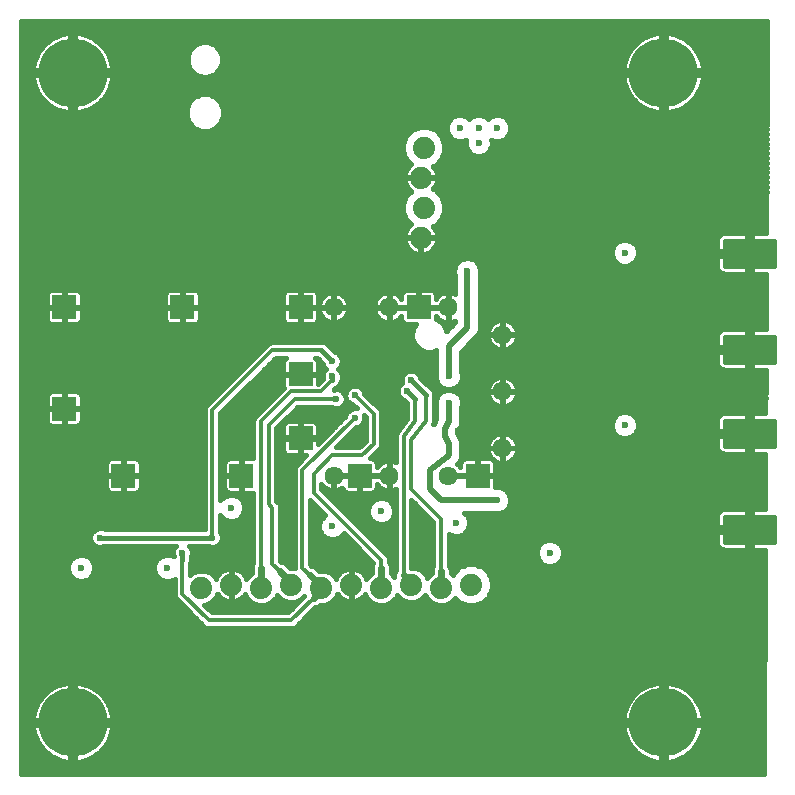
<source format=gbr>
G75*
%MOIN*%
%OFA0B0*%
%FSLAX25Y25*%
%IPPOS*%
%LPD*%
%AMOC8*
5,1,8,0,0,1.08239X$1,22.5*
%
%ADD10R,0.07874X0.07874*%
%ADD11C,0.06358*%
%ADD12C,0.23000*%
%ADD13C,0.01600*%
%ADD14C,0.07400*%
%ADD15C,0.02362*%
%ADD16C,0.01969*%
%ADD17C,0.02400*%
%ADD18C,0.01200*%
D10*
X0064242Y0103749D03*
X0044557Y0126091D03*
X0044557Y0159851D03*
X0083927Y0159851D03*
X0123297Y0159851D03*
X0123297Y0137509D03*
X0123297Y0116249D03*
X0103612Y0103749D03*
X0142982Y0103749D03*
X0182352Y0103749D03*
X0162667Y0159851D03*
D11*
X0152825Y0159851D03*
X0134321Y0159851D03*
X0172510Y0159851D03*
X0190620Y0150698D03*
X0190620Y0131800D03*
X0190620Y0112902D03*
X0172510Y0103749D03*
X0152825Y0103749D03*
X0134321Y0103749D03*
D12*
X0047352Y0021485D03*
X0244203Y0021485D03*
X0244203Y0238020D03*
X0047352Y0238020D03*
D13*
X0030239Y0255134D02*
X0030239Y0004372D01*
X0277680Y0004372D01*
X0278045Y0079000D01*
X0273717Y0079000D01*
X0273717Y0085000D01*
X0272117Y0085000D01*
X0262117Y0085000D01*
X0262117Y0081344D01*
X0262217Y0080842D01*
X0262413Y0080368D01*
X0262698Y0079943D01*
X0263060Y0079580D01*
X0263486Y0079296D01*
X0263959Y0079100D01*
X0264461Y0079000D01*
X0272117Y0079000D01*
X0272117Y0085000D01*
X0272117Y0086600D01*
X0262117Y0086600D01*
X0262117Y0090256D01*
X0262217Y0090758D01*
X0262413Y0091232D01*
X0262698Y0091657D01*
X0263060Y0092020D01*
X0263486Y0092304D01*
X0263959Y0092500D01*
X0264461Y0092600D01*
X0272117Y0092600D01*
X0272117Y0086600D01*
X0273717Y0086600D01*
X0273717Y0092600D01*
X0278112Y0092600D01*
X0278202Y0111000D01*
X0273717Y0111000D01*
X0273717Y0117000D01*
X0272117Y0117000D01*
X0262117Y0117000D01*
X0262117Y0113344D01*
X0262217Y0112842D01*
X0262413Y0112368D01*
X0262698Y0111943D01*
X0263060Y0111580D01*
X0263486Y0111296D01*
X0263959Y0111100D01*
X0264461Y0111000D01*
X0272117Y0111000D01*
X0272117Y0117000D01*
X0272117Y0118600D01*
X0262117Y0118600D01*
X0262117Y0122256D01*
X0262217Y0122758D01*
X0262413Y0123232D01*
X0262698Y0123657D01*
X0263060Y0124020D01*
X0263486Y0124304D01*
X0263959Y0124500D01*
X0264461Y0124600D01*
X0272117Y0124600D01*
X0272117Y0118600D01*
X0273717Y0118600D01*
X0273717Y0124600D01*
X0278269Y0124600D01*
X0278339Y0139000D01*
X0273717Y0139000D01*
X0273717Y0145000D01*
X0272117Y0145000D01*
X0262117Y0145000D01*
X0262117Y0141344D01*
X0262217Y0140842D01*
X0262413Y0140368D01*
X0262698Y0139943D01*
X0263060Y0139580D01*
X0263486Y0139296D01*
X0263959Y0139100D01*
X0264461Y0139000D01*
X0272117Y0139000D01*
X0272117Y0145000D01*
X0272117Y0146600D01*
X0262117Y0146600D01*
X0262117Y0150256D01*
X0262217Y0150758D01*
X0262413Y0151232D01*
X0262698Y0151657D01*
X0263060Y0152020D01*
X0263486Y0152304D01*
X0263959Y0152500D01*
X0264461Y0152600D01*
X0272117Y0152600D01*
X0272117Y0146600D01*
X0273717Y0146600D01*
X0273717Y0152600D01*
X0278406Y0152600D01*
X0278496Y0171000D01*
X0273717Y0171000D01*
X0273717Y0177000D01*
X0272117Y0177000D01*
X0262117Y0177000D01*
X0262117Y0173344D01*
X0262217Y0172842D01*
X0262413Y0172368D01*
X0262698Y0171943D01*
X0263060Y0171580D01*
X0263486Y0171296D01*
X0263959Y0171100D01*
X0264461Y0171000D01*
X0272117Y0171000D01*
X0272117Y0177000D01*
X0272117Y0178600D01*
X0262117Y0178600D01*
X0262117Y0182256D01*
X0262217Y0182758D01*
X0262413Y0183232D01*
X0262698Y0183657D01*
X0263060Y0184020D01*
X0263486Y0184304D01*
X0263959Y0184500D01*
X0264461Y0184600D01*
X0272117Y0184600D01*
X0272117Y0178600D01*
X0273717Y0178600D01*
X0273717Y0184600D01*
X0278562Y0184600D01*
X0278908Y0255134D01*
X0030239Y0255134D01*
X0030239Y0254365D02*
X0278904Y0254365D01*
X0278896Y0252766D02*
X0030239Y0252766D01*
X0030239Y0251168D02*
X0045275Y0251168D01*
X0045398Y0251192D02*
X0044117Y0250937D01*
X0042866Y0250558D01*
X0041659Y0250058D01*
X0040507Y0249442D01*
X0039420Y0248716D01*
X0038410Y0247887D01*
X0037486Y0246963D01*
X0036657Y0245953D01*
X0035931Y0244866D01*
X0035315Y0243714D01*
X0034815Y0242507D01*
X0034435Y0241256D01*
X0034180Y0239974D01*
X0034067Y0238820D01*
X0046552Y0238820D01*
X0046552Y0237220D01*
X0048152Y0237220D01*
X0048152Y0224735D01*
X0049306Y0224849D01*
X0050588Y0225103D01*
X0051838Y0225483D01*
X0053046Y0225983D01*
X0054198Y0226599D01*
X0055285Y0227325D01*
X0056295Y0228154D01*
X0057219Y0229078D01*
X0058048Y0230088D01*
X0058774Y0231175D01*
X0059390Y0232327D01*
X0059890Y0233534D01*
X0060269Y0234785D01*
X0060524Y0236067D01*
X0060638Y0237220D01*
X0048152Y0237220D01*
X0048152Y0238820D01*
X0060638Y0238820D01*
X0060524Y0239974D01*
X0060269Y0241256D01*
X0059890Y0242507D01*
X0059390Y0243714D01*
X0058774Y0244866D01*
X0058048Y0245953D01*
X0057219Y0246963D01*
X0056295Y0247887D01*
X0055285Y0248716D01*
X0054198Y0249442D01*
X0053046Y0250058D01*
X0051838Y0250558D01*
X0050588Y0250937D01*
X0049306Y0251192D01*
X0048152Y0251306D01*
X0048152Y0238821D01*
X0046552Y0238821D01*
X0046552Y0251306D01*
X0045398Y0251192D01*
X0046552Y0251168D02*
X0048152Y0251168D01*
X0049430Y0251168D02*
X0242125Y0251168D01*
X0242249Y0251192D02*
X0240967Y0250937D01*
X0239717Y0250558D01*
X0238509Y0250058D01*
X0237357Y0249442D01*
X0236270Y0248716D01*
X0235260Y0247887D01*
X0234336Y0246963D01*
X0233507Y0245953D01*
X0232781Y0244866D01*
X0232165Y0243714D01*
X0231665Y0242507D01*
X0231286Y0241256D01*
X0231031Y0239974D01*
X0230917Y0238820D01*
X0243403Y0238820D01*
X0243403Y0237220D01*
X0245003Y0237220D01*
X0245003Y0224735D01*
X0246157Y0224849D01*
X0247438Y0225103D01*
X0248689Y0225483D01*
X0249896Y0225983D01*
X0251049Y0226599D01*
X0252135Y0227325D01*
X0253145Y0228154D01*
X0254069Y0229078D01*
X0254898Y0230088D01*
X0255624Y0231175D01*
X0256240Y0232327D01*
X0256740Y0233534D01*
X0257120Y0234785D01*
X0257375Y0236067D01*
X0257488Y0237220D01*
X0245003Y0237220D01*
X0245003Y0238820D01*
X0257488Y0238820D01*
X0257375Y0239974D01*
X0257120Y0241256D01*
X0256740Y0242507D01*
X0256240Y0243714D01*
X0255624Y0244866D01*
X0254898Y0245953D01*
X0254069Y0246963D01*
X0253145Y0247887D01*
X0252135Y0248716D01*
X0251049Y0249442D01*
X0249896Y0250058D01*
X0248689Y0250558D01*
X0247438Y0250937D01*
X0246157Y0251192D01*
X0245003Y0251306D01*
X0245003Y0238821D01*
X0243403Y0238821D01*
X0243403Y0251306D01*
X0242249Y0251192D01*
X0243403Y0251168D02*
X0245003Y0251168D01*
X0246280Y0251168D02*
X0278888Y0251168D01*
X0278880Y0249569D02*
X0250811Y0249569D01*
X0253043Y0247971D02*
X0278873Y0247971D01*
X0278865Y0246372D02*
X0254554Y0246372D01*
X0255674Y0244774D02*
X0278857Y0244774D01*
X0278849Y0243175D02*
X0256463Y0243175D01*
X0257022Y0241577D02*
X0278841Y0241577D01*
X0278833Y0239978D02*
X0257374Y0239978D01*
X0257445Y0236781D02*
X0278818Y0236781D01*
X0278810Y0235183D02*
X0257199Y0235183D01*
X0256755Y0233584D02*
X0278802Y0233584D01*
X0278794Y0231986D02*
X0256058Y0231986D01*
X0255098Y0230387D02*
X0278786Y0230387D01*
X0278779Y0228789D02*
X0253780Y0228789D01*
X0251933Y0227190D02*
X0278771Y0227190D01*
X0278763Y0225592D02*
X0248951Y0225592D01*
X0245003Y0225592D02*
X0243403Y0225592D01*
X0243403Y0224735D02*
X0243403Y0237220D01*
X0230917Y0237220D01*
X0231031Y0236067D01*
X0231286Y0234785D01*
X0231665Y0233534D01*
X0232165Y0232327D01*
X0232781Y0231175D01*
X0233507Y0230088D01*
X0234336Y0229078D01*
X0235260Y0228154D01*
X0236270Y0227325D01*
X0237357Y0226599D01*
X0238509Y0225983D01*
X0239717Y0225483D01*
X0240967Y0225103D01*
X0242249Y0224849D01*
X0243403Y0224735D01*
X0243403Y0227190D02*
X0245003Y0227190D01*
X0245003Y0228789D02*
X0243403Y0228789D01*
X0243403Y0230387D02*
X0245003Y0230387D01*
X0245003Y0231986D02*
X0243403Y0231986D01*
X0243403Y0233584D02*
X0245003Y0233584D01*
X0245003Y0235183D02*
X0243403Y0235183D01*
X0243403Y0236781D02*
X0245003Y0236781D01*
X0245003Y0238380D02*
X0278826Y0238380D01*
X0278755Y0223993D02*
X0097532Y0223993D01*
X0097532Y0223497D02*
X0096601Y0221250D01*
X0094881Y0219529D01*
X0092634Y0218598D01*
X0090201Y0218598D01*
X0087953Y0219529D01*
X0086233Y0221250D01*
X0085302Y0223497D01*
X0085302Y0225930D01*
X0086233Y0228177D01*
X0087953Y0229897D01*
X0090201Y0230828D01*
X0092634Y0230828D01*
X0094881Y0229897D01*
X0096601Y0228177D01*
X0097532Y0225930D01*
X0097532Y0223497D01*
X0097076Y0222395D02*
X0173055Y0222395D01*
X0172735Y0222075D02*
X0172074Y0220479D01*
X0172074Y0218751D01*
X0172735Y0217155D01*
X0173957Y0215933D01*
X0175553Y0215272D01*
X0177281Y0215272D01*
X0178436Y0215750D01*
X0178324Y0215479D01*
X0178324Y0213751D01*
X0178985Y0212155D01*
X0180207Y0210933D01*
X0181803Y0210272D01*
X0183531Y0210272D01*
X0185128Y0210933D01*
X0186349Y0212155D01*
X0187011Y0213751D01*
X0187011Y0215479D01*
X0186898Y0215750D01*
X0188053Y0215272D01*
X0189781Y0215272D01*
X0191378Y0215933D01*
X0192599Y0217155D01*
X0193261Y0218751D01*
X0193261Y0220479D01*
X0192599Y0222075D01*
X0191378Y0223297D01*
X0189781Y0223958D01*
X0188053Y0223958D01*
X0186457Y0223297D01*
X0185792Y0222632D01*
X0185128Y0223297D01*
X0183531Y0223958D01*
X0181803Y0223958D01*
X0180207Y0223297D01*
X0179542Y0222632D01*
X0178878Y0223297D01*
X0177281Y0223958D01*
X0175553Y0223958D01*
X0173957Y0223297D01*
X0172735Y0222075D01*
X0172205Y0220796D02*
X0096148Y0220796D01*
X0094080Y0219198D02*
X0161327Y0219198D01*
X0160530Y0218867D02*
X0158600Y0216937D01*
X0157555Y0214415D01*
X0157555Y0211685D01*
X0158600Y0209163D01*
X0160230Y0207533D01*
X0159834Y0207245D01*
X0159222Y0206633D01*
X0158713Y0205933D01*
X0158320Y0205161D01*
X0158053Y0204338D01*
X0157917Y0203483D01*
X0157917Y0203250D01*
X0163217Y0203250D01*
X0163217Y0202850D01*
X0157917Y0202850D01*
X0157917Y0202617D01*
X0158053Y0201762D01*
X0158320Y0200939D01*
X0158713Y0200167D01*
X0159222Y0199467D01*
X0159834Y0198855D01*
X0160230Y0198567D01*
X0158600Y0196937D01*
X0157555Y0194415D01*
X0157555Y0191685D01*
X0158600Y0189163D01*
X0160230Y0187533D01*
X0159834Y0187245D01*
X0159222Y0186633D01*
X0158713Y0185933D01*
X0158320Y0185161D01*
X0158053Y0184338D01*
X0157917Y0183483D01*
X0157917Y0183250D01*
X0163217Y0183250D01*
X0163217Y0182850D01*
X0157917Y0182850D01*
X0157917Y0182617D01*
X0158053Y0181762D01*
X0158320Y0180939D01*
X0158713Y0180167D01*
X0159222Y0179467D01*
X0159834Y0178855D01*
X0160535Y0178346D01*
X0161306Y0177953D01*
X0162129Y0177685D01*
X0162984Y0177550D01*
X0163217Y0177550D01*
X0163217Y0182850D01*
X0163617Y0182850D01*
X0163617Y0177550D01*
X0163850Y0177550D01*
X0164705Y0177685D01*
X0165529Y0177953D01*
X0166300Y0178346D01*
X0167000Y0178855D01*
X0167612Y0179467D01*
X0168121Y0180167D01*
X0168514Y0180939D01*
X0168782Y0181762D01*
X0168917Y0182617D01*
X0168917Y0182850D01*
X0163617Y0182850D01*
X0163617Y0183250D01*
X0168917Y0183250D01*
X0168917Y0183483D01*
X0168782Y0184338D01*
X0168514Y0185161D01*
X0168121Y0185933D01*
X0167612Y0186633D01*
X0167391Y0186854D01*
X0168304Y0187233D01*
X0170235Y0189163D01*
X0171280Y0191685D01*
X0171280Y0194415D01*
X0170235Y0196937D01*
X0168304Y0198867D01*
X0167391Y0199246D01*
X0167612Y0199467D01*
X0168121Y0200167D01*
X0168514Y0200939D01*
X0168782Y0201762D01*
X0168917Y0202617D01*
X0168917Y0202850D01*
X0163617Y0202850D01*
X0163617Y0203250D01*
X0168917Y0203250D01*
X0168917Y0203483D01*
X0168782Y0204338D01*
X0168514Y0205161D01*
X0168121Y0205933D01*
X0167612Y0206633D01*
X0167391Y0206854D01*
X0168304Y0207233D01*
X0170235Y0209163D01*
X0171280Y0211685D01*
X0171280Y0214415D01*
X0170235Y0216937D01*
X0168304Y0218867D01*
X0165782Y0219912D01*
X0163052Y0219912D01*
X0160530Y0218867D01*
X0159262Y0217599D02*
X0030239Y0217599D01*
X0030239Y0216001D02*
X0158212Y0216001D01*
X0157555Y0214402D02*
X0030239Y0214402D01*
X0030239Y0212803D02*
X0157555Y0212803D01*
X0157754Y0211205D02*
X0030239Y0211205D01*
X0030239Y0209606D02*
X0158416Y0209606D01*
X0159755Y0208008D02*
X0030239Y0208008D01*
X0030239Y0206409D02*
X0159060Y0206409D01*
X0158206Y0204811D02*
X0030239Y0204811D01*
X0030239Y0203212D02*
X0163217Y0203212D01*
X0163617Y0203212D02*
X0278653Y0203212D01*
X0278646Y0201614D02*
X0168734Y0201614D01*
X0168011Y0200015D02*
X0278638Y0200015D01*
X0278630Y0198417D02*
X0168755Y0198417D01*
X0170284Y0196818D02*
X0278622Y0196818D01*
X0278614Y0195220D02*
X0170946Y0195220D01*
X0171280Y0193621D02*
X0278606Y0193621D01*
X0278599Y0192023D02*
X0171280Y0192023D01*
X0170757Y0190424D02*
X0278591Y0190424D01*
X0278583Y0188826D02*
X0169898Y0188826D01*
X0168292Y0187227D02*
X0278575Y0187227D01*
X0278567Y0185629D02*
X0168276Y0185629D01*
X0168831Y0184030D02*
X0263076Y0184030D01*
X0262152Y0182432D02*
X0168888Y0182432D01*
X0168461Y0180833D02*
X0228058Y0180833D01*
X0227735Y0180510D02*
X0227074Y0178914D01*
X0227074Y0177186D01*
X0227735Y0175590D01*
X0228957Y0174368D01*
X0230553Y0173707D01*
X0232281Y0173707D01*
X0233878Y0174368D01*
X0235099Y0175590D01*
X0235761Y0177186D01*
X0235761Y0178914D01*
X0235099Y0180510D01*
X0233878Y0181732D01*
X0232281Y0182393D01*
X0230553Y0182393D01*
X0228957Y0181732D01*
X0227735Y0180510D01*
X0227207Y0179235D02*
X0167380Y0179235D01*
X0164395Y0177636D02*
X0227074Y0177636D01*
X0227550Y0176038D02*
X0180036Y0176038D01*
X0179781Y0176143D02*
X0178053Y0176143D01*
X0176457Y0175482D01*
X0175235Y0174260D01*
X0174574Y0172664D01*
X0174574Y0170936D01*
X0174771Y0170461D01*
X0174771Y0164287D01*
X0174421Y0164466D01*
X0173676Y0164708D01*
X0172902Y0164830D01*
X0172645Y0164830D01*
X0172645Y0159986D01*
X0172375Y0159986D01*
X0172375Y0159716D01*
X0172645Y0159716D01*
X0172645Y0154872D01*
X0172902Y0154872D01*
X0173676Y0154995D01*
X0174421Y0155237D01*
X0174771Y0155415D01*
X0174771Y0154767D01*
X0171829Y0151826D01*
X0170977Y0153883D01*
X0169396Y0155464D01*
X0168404Y0155875D01*
X0168404Y0157031D01*
X0168712Y0156607D01*
X0169266Y0156053D01*
X0169900Y0155593D01*
X0170599Y0155237D01*
X0171344Y0154995D01*
X0172118Y0154872D01*
X0172375Y0154872D01*
X0172375Y0159716D01*
X0167531Y0159716D01*
X0162802Y0159716D01*
X0162802Y0159986D01*
X0162532Y0159986D01*
X0162532Y0159716D01*
X0152960Y0159716D01*
X0152960Y0159986D01*
X0157804Y0159986D01*
X0162532Y0159986D01*
X0162532Y0165588D01*
X0158493Y0165588D01*
X0158036Y0165466D01*
X0157625Y0165229D01*
X0157290Y0164893D01*
X0157053Y0164483D01*
X0156930Y0164025D01*
X0156930Y0162671D01*
X0156623Y0163095D01*
X0156068Y0163649D01*
X0155434Y0164110D01*
X0154736Y0164466D01*
X0153991Y0164708D01*
X0153217Y0164830D01*
X0152960Y0164830D01*
X0152960Y0159986D01*
X0152690Y0159986D01*
X0152690Y0159716D01*
X0152960Y0159716D01*
X0152960Y0154872D01*
X0153217Y0154872D01*
X0153991Y0154995D01*
X0154736Y0155237D01*
X0155434Y0155593D01*
X0156068Y0156053D01*
X0156623Y0156607D01*
X0156930Y0157031D01*
X0156930Y0155677D01*
X0157053Y0155219D01*
X0157290Y0154809D01*
X0157625Y0154474D01*
X0158036Y0154237D01*
X0158493Y0154114D01*
X0161675Y0154114D01*
X0161444Y0153883D01*
X0160588Y0151816D01*
X0160588Y0149579D01*
X0161444Y0147513D01*
X0163026Y0145931D01*
X0165092Y0145075D01*
X0167329Y0145075D01*
X0168521Y0145568D01*
X0168521Y0138139D01*
X0168324Y0137664D01*
X0168324Y0135936D01*
X0168985Y0134340D01*
X0170207Y0133118D01*
X0171803Y0132457D01*
X0173531Y0132457D01*
X0175128Y0133118D01*
X0176349Y0134340D01*
X0177011Y0135936D01*
X0177011Y0137664D01*
X0176814Y0138139D01*
X0176814Y0145082D01*
X0181266Y0149535D01*
X0182433Y0150701D01*
X0183064Y0152225D01*
X0183064Y0170461D01*
X0183261Y0170936D01*
X0183261Y0172664D01*
X0182599Y0174260D01*
X0181378Y0175482D01*
X0179781Y0176143D01*
X0177799Y0176038D02*
X0030239Y0176038D01*
X0030239Y0177636D02*
X0162440Y0177636D01*
X0163217Y0177636D02*
X0163617Y0177636D01*
X0163617Y0179235D02*
X0163217Y0179235D01*
X0163217Y0180833D02*
X0163617Y0180833D01*
X0163617Y0182432D02*
X0163217Y0182432D01*
X0159454Y0179235D02*
X0030239Y0179235D01*
X0030239Y0180833D02*
X0158374Y0180833D01*
X0157947Y0182432D02*
X0030239Y0182432D01*
X0030239Y0184030D02*
X0158004Y0184030D01*
X0158559Y0185629D02*
X0030239Y0185629D01*
X0030239Y0187227D02*
X0159816Y0187227D01*
X0158937Y0188826D02*
X0030239Y0188826D01*
X0030239Y0190424D02*
X0158077Y0190424D01*
X0157555Y0192023D02*
X0030239Y0192023D01*
X0030239Y0193621D02*
X0157555Y0193621D01*
X0157889Y0195220D02*
X0030239Y0195220D01*
X0030239Y0196818D02*
X0158551Y0196818D01*
X0160080Y0198417D02*
X0030239Y0198417D01*
X0030239Y0200015D02*
X0158824Y0200015D01*
X0158101Y0201614D02*
X0030239Y0201614D01*
X0030239Y0219198D02*
X0088755Y0219198D01*
X0086687Y0220796D02*
X0030239Y0220796D01*
X0030239Y0222395D02*
X0085759Y0222395D01*
X0085302Y0223993D02*
X0030239Y0223993D01*
X0030239Y0225592D02*
X0042604Y0225592D01*
X0042866Y0225483D02*
X0044117Y0225103D01*
X0045398Y0224849D01*
X0046552Y0224735D01*
X0046552Y0237220D01*
X0034067Y0237220D01*
X0034180Y0236067D01*
X0034435Y0234785D01*
X0034815Y0233534D01*
X0035315Y0232327D01*
X0035931Y0231175D01*
X0036657Y0230088D01*
X0037486Y0229078D01*
X0038410Y0228154D01*
X0039420Y0227325D01*
X0040507Y0226599D01*
X0041659Y0225983D01*
X0042866Y0225483D01*
X0039622Y0227190D02*
X0030239Y0227190D01*
X0030239Y0228789D02*
X0037775Y0228789D01*
X0036457Y0230387D02*
X0030239Y0230387D01*
X0030239Y0231986D02*
X0035497Y0231986D01*
X0034800Y0233584D02*
X0030239Y0233584D01*
X0030239Y0235183D02*
X0034356Y0235183D01*
X0034110Y0236781D02*
X0030239Y0236781D01*
X0030239Y0238380D02*
X0046552Y0238380D01*
X0046552Y0239978D02*
X0048152Y0239978D01*
X0048152Y0238380D02*
X0087376Y0238380D01*
X0088176Y0237580D02*
X0090279Y0236709D01*
X0092555Y0236709D01*
X0094658Y0237580D01*
X0096268Y0239189D01*
X0097139Y0241292D01*
X0097139Y0243568D01*
X0096268Y0245671D01*
X0094658Y0247280D01*
X0092555Y0248151D01*
X0090279Y0248151D01*
X0088176Y0247280D01*
X0086567Y0245671D01*
X0085696Y0243568D01*
X0085696Y0241292D01*
X0086567Y0239189D01*
X0088176Y0237580D01*
X0090104Y0236781D02*
X0060595Y0236781D01*
X0060348Y0235183D02*
X0231207Y0235183D01*
X0230960Y0236781D02*
X0092730Y0236781D01*
X0095458Y0238380D02*
X0243403Y0238380D01*
X0243403Y0239978D02*
X0245003Y0239978D01*
X0245003Y0241577D02*
X0243403Y0241577D01*
X0243403Y0243175D02*
X0245003Y0243175D01*
X0245003Y0244774D02*
X0243403Y0244774D01*
X0243403Y0246372D02*
X0245003Y0246372D01*
X0245003Y0247971D02*
X0243403Y0247971D01*
X0243403Y0249569D02*
X0245003Y0249569D01*
X0237595Y0249569D02*
X0053960Y0249569D01*
X0056193Y0247971D02*
X0089844Y0247971D01*
X0087269Y0246372D02*
X0057704Y0246372D01*
X0058823Y0244774D02*
X0086196Y0244774D01*
X0085696Y0243175D02*
X0059613Y0243175D01*
X0060172Y0241577D02*
X0085696Y0241577D01*
X0086240Y0239978D02*
X0060523Y0239978D01*
X0059905Y0233584D02*
X0231650Y0233584D01*
X0232348Y0231986D02*
X0059207Y0231986D01*
X0058248Y0230387D02*
X0089136Y0230387D01*
X0086845Y0228789D02*
X0056930Y0228789D01*
X0055083Y0227190D02*
X0085824Y0227190D01*
X0085302Y0225592D02*
X0052101Y0225592D01*
X0048152Y0225592D02*
X0046552Y0225592D01*
X0046552Y0227190D02*
X0048152Y0227190D01*
X0048152Y0228789D02*
X0046552Y0228789D01*
X0046552Y0230387D02*
X0048152Y0230387D01*
X0048152Y0231986D02*
X0046552Y0231986D01*
X0046552Y0233584D02*
X0048152Y0233584D01*
X0048152Y0235183D02*
X0046552Y0235183D01*
X0046552Y0236781D02*
X0048152Y0236781D01*
X0048152Y0241577D02*
X0046552Y0241577D01*
X0046552Y0243175D02*
X0048152Y0243175D01*
X0048152Y0244774D02*
X0046552Y0244774D01*
X0046552Y0246372D02*
X0048152Y0246372D01*
X0048152Y0247971D02*
X0046552Y0247971D01*
X0046552Y0249569D02*
X0048152Y0249569D01*
X0040745Y0249569D02*
X0030239Y0249569D01*
X0030239Y0247971D02*
X0038512Y0247971D01*
X0037001Y0246372D02*
X0030239Y0246372D01*
X0030239Y0244774D02*
X0035881Y0244774D01*
X0035092Y0243175D02*
X0030239Y0243175D01*
X0030239Y0241577D02*
X0034533Y0241577D01*
X0034181Y0239978D02*
X0030239Y0239978D01*
X0092991Y0247971D02*
X0235362Y0247971D01*
X0233851Y0246372D02*
X0095566Y0246372D01*
X0096639Y0244774D02*
X0232732Y0244774D01*
X0231942Y0243175D02*
X0097139Y0243175D01*
X0097139Y0241577D02*
X0231383Y0241577D01*
X0231032Y0239978D02*
X0096594Y0239978D01*
X0093699Y0230387D02*
X0233307Y0230387D01*
X0234626Y0228789D02*
X0095990Y0228789D01*
X0097010Y0227190D02*
X0236472Y0227190D01*
X0239454Y0225592D02*
X0097532Y0225592D01*
X0167508Y0219198D02*
X0172074Y0219198D01*
X0172551Y0217599D02*
X0169573Y0217599D01*
X0170623Y0216001D02*
X0173889Y0216001D01*
X0171280Y0214402D02*
X0178324Y0214402D01*
X0178716Y0212803D02*
X0171280Y0212803D01*
X0171081Y0211205D02*
X0179935Y0211205D01*
X0185400Y0211205D02*
X0278693Y0211205D01*
X0278700Y0212803D02*
X0186618Y0212803D01*
X0187011Y0214402D02*
X0278708Y0214402D01*
X0278716Y0216001D02*
X0191445Y0216001D01*
X0192783Y0217599D02*
X0278724Y0217599D01*
X0278732Y0219198D02*
X0193261Y0219198D01*
X0193129Y0220796D02*
X0278740Y0220796D01*
X0278747Y0222395D02*
X0192280Y0222395D01*
X0170419Y0209606D02*
X0278685Y0209606D01*
X0278677Y0208008D02*
X0169080Y0208008D01*
X0167775Y0206409D02*
X0278669Y0206409D01*
X0278661Y0204811D02*
X0168628Y0204811D01*
X0175414Y0174439D02*
X0030239Y0174439D01*
X0030239Y0172841D02*
X0174647Y0172841D01*
X0174574Y0171242D02*
X0030239Y0171242D01*
X0030239Y0169644D02*
X0174771Y0169644D01*
X0174771Y0168045D02*
X0030239Y0168045D01*
X0030239Y0166447D02*
X0174771Y0166447D01*
X0174771Y0164848D02*
X0168071Y0164848D01*
X0168045Y0164893D02*
X0167710Y0165229D01*
X0167299Y0165466D01*
X0166841Y0165588D01*
X0162802Y0165588D01*
X0162802Y0159986D01*
X0172375Y0159986D01*
X0172375Y0164830D01*
X0172118Y0164830D01*
X0171344Y0164708D01*
X0170599Y0164466D01*
X0169900Y0164110D01*
X0169266Y0163649D01*
X0168712Y0163095D01*
X0168404Y0162671D01*
X0168404Y0164025D01*
X0168282Y0164483D01*
X0168045Y0164893D01*
X0168404Y0163250D02*
X0168867Y0163250D01*
X0172375Y0163250D02*
X0172645Y0163250D01*
X0172645Y0161651D02*
X0172375Y0161651D01*
X0172375Y0160053D02*
X0172645Y0160053D01*
X0172645Y0158454D02*
X0172375Y0158454D01*
X0172375Y0156856D02*
X0172645Y0156856D01*
X0172645Y0155257D02*
X0172375Y0155257D01*
X0170559Y0155257D02*
X0169603Y0155257D01*
X0168532Y0156856D02*
X0168404Y0156856D01*
X0171070Y0153659D02*
X0173662Y0153659D01*
X0174461Y0155257D02*
X0174771Y0155257D01*
X0172063Y0152060D02*
X0171732Y0152060D01*
X0178996Y0147265D02*
X0187012Y0147265D01*
X0186822Y0147454D02*
X0187376Y0146900D01*
X0188010Y0146439D01*
X0188709Y0146083D01*
X0189454Y0145841D01*
X0190228Y0145719D01*
X0190485Y0145718D01*
X0190485Y0150563D01*
X0185641Y0150563D01*
X0185641Y0150306D01*
X0185764Y0149532D01*
X0186006Y0148786D01*
X0186362Y0148088D01*
X0186822Y0147454D01*
X0185981Y0148863D02*
X0180594Y0148863D01*
X0181266Y0149535D02*
X0181266Y0149535D01*
X0182193Y0150462D02*
X0185641Y0150462D01*
X0185641Y0150833D02*
X0190485Y0150833D01*
X0190485Y0155677D01*
X0190228Y0155677D01*
X0189454Y0155554D01*
X0188709Y0155312D01*
X0188010Y0154956D01*
X0187376Y0154495D01*
X0186822Y0153941D01*
X0186362Y0153307D01*
X0186006Y0152609D01*
X0185764Y0151864D01*
X0185641Y0151090D01*
X0185641Y0150833D01*
X0185827Y0152060D02*
X0182995Y0152060D01*
X0183064Y0153659D02*
X0186617Y0153659D01*
X0188601Y0155257D02*
X0183064Y0155257D01*
X0183064Y0156856D02*
X0278426Y0156856D01*
X0278434Y0158454D02*
X0183064Y0158454D01*
X0183064Y0160053D02*
X0278442Y0160053D01*
X0278450Y0161651D02*
X0183064Y0161651D01*
X0183064Y0163250D02*
X0278458Y0163250D01*
X0278466Y0164848D02*
X0183064Y0164848D01*
X0183064Y0166447D02*
X0278473Y0166447D01*
X0278481Y0168045D02*
X0183064Y0168045D01*
X0183064Y0169644D02*
X0278489Y0169644D01*
X0273717Y0171242D02*
X0272117Y0171242D01*
X0272117Y0172841D02*
X0273717Y0172841D01*
X0273717Y0174439D02*
X0272117Y0174439D01*
X0272117Y0176038D02*
X0273717Y0176038D01*
X0281117Y0182000D02*
X0264717Y0182000D01*
X0281117Y0182000D02*
X0281117Y0173600D01*
X0264717Y0173600D01*
X0264717Y0182000D01*
X0264717Y0175199D02*
X0281117Y0175199D01*
X0281117Y0176798D02*
X0264717Y0176798D01*
X0264717Y0178397D02*
X0281117Y0178397D01*
X0281117Y0179996D02*
X0264717Y0179996D01*
X0264717Y0181595D02*
X0281117Y0181595D01*
X0273717Y0180833D02*
X0272117Y0180833D01*
X0272117Y0179235D02*
X0273717Y0179235D01*
X0272117Y0177636D02*
X0235761Y0177636D01*
X0235628Y0179235D02*
X0262117Y0179235D01*
X0262117Y0180833D02*
X0234776Y0180833D01*
X0235285Y0176038D02*
X0262117Y0176038D01*
X0262117Y0174439D02*
X0233949Y0174439D01*
X0228886Y0174439D02*
X0182420Y0174439D01*
X0183187Y0172841D02*
X0262218Y0172841D01*
X0263615Y0171242D02*
X0183261Y0171242D01*
X0190755Y0155677D02*
X0191012Y0155677D01*
X0191786Y0155554D01*
X0192531Y0155312D01*
X0193230Y0154956D01*
X0193864Y0154495D01*
X0194418Y0153941D01*
X0194879Y0153307D01*
X0195234Y0152609D01*
X0195477Y0151864D01*
X0195599Y0151090D01*
X0195599Y0150833D01*
X0190755Y0150833D01*
X0190485Y0150833D01*
X0190485Y0150563D01*
X0190755Y0150563D01*
X0190755Y0150833D01*
X0190755Y0155677D01*
X0190755Y0155257D02*
X0190485Y0155257D01*
X0190485Y0153659D02*
X0190755Y0153659D01*
X0190755Y0152060D02*
X0190485Y0152060D01*
X0190755Y0150563D02*
X0195599Y0150563D01*
X0195599Y0150306D01*
X0195477Y0149532D01*
X0195234Y0148786D01*
X0194879Y0148088D01*
X0194418Y0147454D01*
X0193864Y0146900D01*
X0193230Y0146439D01*
X0192531Y0146083D01*
X0191786Y0145841D01*
X0191012Y0145719D01*
X0190755Y0145719D01*
X0190755Y0150563D01*
X0190755Y0150462D02*
X0190485Y0150462D01*
X0190485Y0148863D02*
X0190755Y0148863D01*
X0190755Y0147265D02*
X0190485Y0147265D01*
X0194229Y0147265D02*
X0262117Y0147265D01*
X0262117Y0148863D02*
X0195259Y0148863D01*
X0195599Y0150462D02*
X0262158Y0150462D01*
X0263121Y0152060D02*
X0195413Y0152060D01*
X0194623Y0153659D02*
X0278411Y0153659D01*
X0278419Y0155257D02*
X0192639Y0155257D01*
X0177397Y0145666D02*
X0272117Y0145666D01*
X0264717Y0150000D02*
X0281117Y0150000D01*
X0281117Y0141600D01*
X0264717Y0141600D01*
X0264717Y0150000D01*
X0264717Y0143199D02*
X0281117Y0143199D01*
X0281117Y0144798D02*
X0264717Y0144798D01*
X0264717Y0146397D02*
X0281117Y0146397D01*
X0281117Y0147996D02*
X0264717Y0147996D01*
X0264717Y0149595D02*
X0281117Y0149595D01*
X0273717Y0148863D02*
X0272117Y0148863D01*
X0272117Y0147265D02*
X0273717Y0147265D01*
X0273717Y0150462D02*
X0272117Y0150462D01*
X0272117Y0152060D02*
X0273717Y0152060D01*
X0273717Y0144068D02*
X0272117Y0144068D01*
X0272117Y0142469D02*
X0273717Y0142469D01*
X0273717Y0140870D02*
X0272117Y0140870D01*
X0272117Y0139272D02*
X0273717Y0139272D01*
X0278333Y0137673D02*
X0177007Y0137673D01*
X0177011Y0136075D02*
X0188043Y0136075D01*
X0188010Y0136059D02*
X0187376Y0135598D01*
X0186822Y0135044D01*
X0186362Y0134410D01*
X0186006Y0133711D01*
X0185764Y0132966D01*
X0185641Y0132192D01*
X0185641Y0131935D01*
X0190485Y0131935D01*
X0190485Y0131665D01*
X0185641Y0131665D01*
X0185641Y0131408D01*
X0185764Y0130634D01*
X0186006Y0129889D01*
X0186362Y0129190D01*
X0186822Y0128556D01*
X0187376Y0128002D01*
X0188010Y0127541D01*
X0188709Y0127186D01*
X0189454Y0126943D01*
X0190228Y0126821D01*
X0190485Y0126821D01*
X0190485Y0131665D01*
X0190755Y0131665D01*
X0190755Y0126821D01*
X0191012Y0126821D01*
X0191786Y0126943D01*
X0192531Y0127186D01*
X0193230Y0127541D01*
X0193864Y0128002D01*
X0194418Y0128556D01*
X0194879Y0129190D01*
X0195234Y0129889D01*
X0195477Y0130634D01*
X0195599Y0131408D01*
X0195599Y0131665D01*
X0190755Y0131665D01*
X0190755Y0131935D01*
X0190485Y0131935D01*
X0190485Y0136779D01*
X0190228Y0136779D01*
X0189454Y0136657D01*
X0188709Y0136414D01*
X0188010Y0136059D01*
X0186410Y0134476D02*
X0176406Y0134476D01*
X0174548Y0132878D02*
X0185750Y0132878D01*
X0185661Y0131279D02*
X0175580Y0131279D01*
X0175128Y0131732D02*
X0173531Y0132393D01*
X0171803Y0132393D01*
X0170207Y0131732D01*
X0168985Y0130510D01*
X0168324Y0128914D01*
X0168324Y0127186D01*
X0168521Y0126711D01*
X0168521Y0122779D01*
X0168010Y0121756D01*
X0167902Y0121649D01*
X0167643Y0121023D01*
X0167621Y0120980D01*
X0167748Y0121287D01*
X0167748Y0121434D01*
X0167789Y0121575D01*
X0167748Y0121943D01*
X0167748Y0129514D01*
X0167948Y0129997D01*
X0167948Y0131103D01*
X0167525Y0132125D01*
X0163229Y0136421D01*
X0162848Y0137341D01*
X0161959Y0138231D01*
X0160796Y0138712D01*
X0159538Y0138712D01*
X0158376Y0138231D01*
X0157487Y0137341D01*
X0157005Y0136179D01*
X0157005Y0134921D01*
X0157178Y0134502D01*
X0157126Y0134481D01*
X0156237Y0133591D01*
X0155755Y0132429D01*
X0155755Y0131171D01*
X0156237Y0130009D01*
X0157126Y0129119D01*
X0158046Y0128738D01*
X0158836Y0127948D01*
X0158836Y0122660D01*
X0155712Y0118495D01*
X0155479Y0118262D01*
X0155407Y0118088D01*
X0155294Y0117938D01*
X0155213Y0117618D01*
X0155086Y0117313D01*
X0155086Y0117125D01*
X0155040Y0116943D01*
X0155086Y0116617D01*
X0155086Y0108185D01*
X0154736Y0108363D01*
X0153991Y0108605D01*
X0153217Y0108728D01*
X0152960Y0108728D01*
X0152960Y0103884D01*
X0152690Y0103884D01*
X0152690Y0108728D01*
X0152433Y0108728D01*
X0151659Y0108605D01*
X0150913Y0108363D01*
X0150215Y0108007D01*
X0149581Y0107547D01*
X0149027Y0106992D01*
X0148719Y0106569D01*
X0148719Y0107923D01*
X0148597Y0108381D01*
X0148360Y0108791D01*
X0148025Y0109126D01*
X0147614Y0109363D01*
X0147156Y0109486D01*
X0146503Y0109486D01*
X0149129Y0112112D01*
X0149855Y0112838D01*
X0150248Y0113787D01*
X0150248Y0124813D01*
X0149855Y0125762D01*
X0144580Y0131038D01*
X0144580Y0131179D01*
X0144098Y0132341D01*
X0143209Y0133231D01*
X0142046Y0133712D01*
X0140788Y0133712D01*
X0139626Y0133231D01*
X0138737Y0132341D01*
X0138255Y0131179D01*
X0138255Y0130109D01*
X0137848Y0131091D01*
X0136959Y0131981D01*
X0135796Y0132462D01*
X0134538Y0132462D01*
X0134438Y0132421D01*
X0135010Y0132992D01*
X0135493Y0133192D01*
X0136275Y0133975D01*
X0136698Y0134997D01*
X0136698Y0135251D01*
X0137080Y0136171D01*
X0137080Y0137429D01*
X0136598Y0138591D01*
X0135889Y0139300D01*
X0136598Y0140009D01*
X0137080Y0141171D01*
X0137080Y0142429D01*
X0136598Y0143591D01*
X0135709Y0144481D01*
X0134788Y0144862D01*
X0131743Y0147908D01*
X0130721Y0148331D01*
X0129614Y0148331D01*
X0129131Y0148131D01*
X0113404Y0148131D01*
X0112455Y0147738D01*
X0111729Y0147012D01*
X0091729Y0127012D01*
X0091336Y0126063D01*
X0091336Y0085831D01*
X0057966Y0085831D01*
X0057046Y0086212D01*
X0055788Y0086212D01*
X0054626Y0085731D01*
X0053737Y0084841D01*
X0053255Y0083679D01*
X0053255Y0082421D01*
X0053737Y0081259D01*
X0054626Y0080369D01*
X0055788Y0079888D01*
X0057046Y0079888D01*
X0057966Y0080269D01*
X0081664Y0080269D01*
X0081237Y0079841D01*
X0080755Y0078679D01*
X0080755Y0077421D01*
X0080971Y0076901D01*
X0079781Y0077393D01*
X0078053Y0077393D01*
X0076457Y0076732D01*
X0075235Y0075510D01*
X0074574Y0073914D01*
X0074574Y0072186D01*
X0075235Y0070590D01*
X0076457Y0069368D01*
X0078053Y0068707D01*
X0079781Y0068707D01*
X0081336Y0069351D01*
X0081336Y0063787D01*
X0081729Y0062838D01*
X0082455Y0062112D01*
X0082455Y0062112D01*
X0090479Y0054088D01*
X0091205Y0053362D01*
X0092154Y0052969D01*
X0120681Y0052969D01*
X0121629Y0053362D01*
X0128136Y0059869D01*
X0128300Y0059869D01*
X0129469Y0060353D01*
X0129735Y0060619D01*
X0131297Y0060619D01*
X0133385Y0061484D01*
X0134984Y0063082D01*
X0135510Y0064353D01*
X0135972Y0063717D01*
X0136584Y0063105D01*
X0137285Y0062596D01*
X0138056Y0062203D01*
X0138879Y0061935D01*
X0139734Y0061800D01*
X0139967Y0061800D01*
X0139967Y0067100D01*
X0140367Y0067100D01*
X0140367Y0061800D01*
X0140600Y0061800D01*
X0141455Y0061935D01*
X0142279Y0062203D01*
X0143050Y0062596D01*
X0143750Y0063105D01*
X0144362Y0063717D01*
X0144825Y0064353D01*
X0145351Y0063082D01*
X0146949Y0061484D01*
X0149037Y0060619D01*
X0151297Y0060619D01*
X0153385Y0061484D01*
X0154984Y0063082D01*
X0155384Y0064049D01*
X0156949Y0062484D01*
X0159037Y0061619D01*
X0161297Y0061619D01*
X0163385Y0062484D01*
X0164951Y0064049D01*
X0165351Y0063082D01*
X0166949Y0061484D01*
X0169037Y0060619D01*
X0171297Y0060619D01*
X0173385Y0061484D01*
X0174832Y0062931D01*
X0176280Y0061483D01*
X0178802Y0060438D01*
X0181532Y0060438D01*
X0184054Y0061483D01*
X0185985Y0063413D01*
X0187030Y0065935D01*
X0187030Y0068665D01*
X0185985Y0071187D01*
X0184054Y0073117D01*
X0181532Y0074162D01*
X0178802Y0074162D01*
X0176280Y0073117D01*
X0174350Y0071187D01*
X0174047Y0070455D01*
X0173385Y0071116D01*
X0173348Y0071132D01*
X0173348Y0072433D01*
X0172864Y0073602D01*
X0172748Y0073718D01*
X0172748Y0084351D01*
X0174303Y0083707D01*
X0176031Y0083707D01*
X0177628Y0084368D01*
X0178849Y0085590D01*
X0179511Y0087186D01*
X0179511Y0088914D01*
X0178849Y0090510D01*
X0177956Y0091404D01*
X0187578Y0091404D01*
X0188053Y0091207D01*
X0189781Y0091207D01*
X0191378Y0091868D01*
X0192599Y0093090D01*
X0193261Y0094686D01*
X0193261Y0096414D01*
X0192599Y0098010D01*
X0191378Y0099232D01*
X0189781Y0099893D01*
X0188089Y0099893D01*
X0188089Y0103515D01*
X0182586Y0103515D01*
X0182586Y0103982D01*
X0188089Y0103982D01*
X0188089Y0107923D01*
X0187967Y0108381D01*
X0187730Y0108791D01*
X0187522Y0108999D01*
X0188010Y0108644D01*
X0188709Y0108288D01*
X0189454Y0108046D01*
X0190228Y0107923D01*
X0190485Y0107923D01*
X0190485Y0112767D01*
X0190755Y0112767D01*
X0190755Y0107923D01*
X0191012Y0107923D01*
X0191786Y0108046D01*
X0192531Y0108288D01*
X0193230Y0108644D01*
X0193864Y0109104D01*
X0194418Y0109659D01*
X0194879Y0110293D01*
X0195234Y0110991D01*
X0195477Y0111736D01*
X0195599Y0112510D01*
X0195599Y0112767D01*
X0190755Y0112767D01*
X0190755Y0113037D01*
X0195599Y0113037D01*
X0195599Y0113294D01*
X0195477Y0114068D01*
X0195234Y0114814D01*
X0194879Y0115512D01*
X0194418Y0116146D01*
X0193864Y0116700D01*
X0193230Y0117161D01*
X0192531Y0117517D01*
X0191786Y0117759D01*
X0191012Y0117881D01*
X0190755Y0117881D01*
X0190755Y0113037D01*
X0190485Y0113037D01*
X0190485Y0112767D01*
X0185641Y0112767D01*
X0185641Y0112510D01*
X0185764Y0111736D01*
X0186006Y0110991D01*
X0186362Y0110293D01*
X0186822Y0109659D01*
X0187300Y0109181D01*
X0186984Y0109363D01*
X0186526Y0109486D01*
X0182586Y0109486D01*
X0182586Y0103982D01*
X0182119Y0103982D01*
X0182119Y0103515D01*
X0177489Y0103515D01*
X0177489Y0103614D01*
X0172645Y0103614D01*
X0172645Y0103884D01*
X0177489Y0103884D01*
X0177489Y0103982D01*
X0182119Y0103982D01*
X0182119Y0109486D01*
X0178178Y0109486D01*
X0177721Y0109363D01*
X0177310Y0109126D01*
X0176975Y0108791D01*
X0176738Y0108381D01*
X0176615Y0107923D01*
X0176615Y0106569D01*
X0176308Y0106992D01*
X0175754Y0107547D01*
X0175623Y0107642D01*
X0176183Y0108201D01*
X0176814Y0109725D01*
X0176814Y0113627D01*
X0176862Y0113771D01*
X0176814Y0114447D01*
X0176814Y0115125D01*
X0176756Y0115265D01*
X0176745Y0115417D01*
X0176442Y0116023D01*
X0176183Y0116649D01*
X0176075Y0116756D01*
X0175564Y0117779D01*
X0175564Y0118321D01*
X0176075Y0119344D01*
X0176183Y0119451D01*
X0176442Y0120077D01*
X0176745Y0120683D01*
X0176756Y0120835D01*
X0176814Y0120975D01*
X0176814Y0121653D01*
X0176862Y0122329D01*
X0176814Y0122473D01*
X0176814Y0126711D01*
X0177011Y0127186D01*
X0177011Y0128914D01*
X0176349Y0130510D01*
X0175128Y0131732D01*
X0176693Y0129681D02*
X0186112Y0129681D01*
X0187296Y0128082D02*
X0177011Y0128082D01*
X0176814Y0126484D02*
X0278278Y0126484D01*
X0278286Y0128082D02*
X0193944Y0128082D01*
X0195129Y0129681D02*
X0278293Y0129681D01*
X0278301Y0131279D02*
X0195579Y0131279D01*
X0195599Y0131935D02*
X0195599Y0132192D01*
X0195477Y0132966D01*
X0195234Y0133711D01*
X0194879Y0134410D01*
X0194418Y0135044D01*
X0193864Y0135598D01*
X0193230Y0136059D01*
X0192531Y0136414D01*
X0191786Y0136657D01*
X0191012Y0136779D01*
X0190755Y0136779D01*
X0190755Y0131935D01*
X0195599Y0131935D01*
X0195491Y0132878D02*
X0278309Y0132878D01*
X0278317Y0134476D02*
X0194830Y0134476D01*
X0193197Y0136075D02*
X0278325Y0136075D01*
X0278270Y0124885D02*
X0232300Y0124885D01*
X0232281Y0124893D02*
X0230553Y0124893D01*
X0228957Y0124232D01*
X0227735Y0123010D01*
X0227074Y0121414D01*
X0227074Y0119686D01*
X0227735Y0118090D01*
X0228957Y0116868D01*
X0230553Y0116207D01*
X0232281Y0116207D01*
X0233878Y0116868D01*
X0235099Y0118090D01*
X0235761Y0119686D01*
X0235761Y0121414D01*
X0235099Y0123010D01*
X0233878Y0124232D01*
X0232281Y0124893D01*
X0230534Y0124885D02*
X0176814Y0124885D01*
X0176814Y0123287D02*
X0228012Y0123287D01*
X0227188Y0121688D02*
X0176816Y0121688D01*
X0176448Y0120090D02*
X0227074Y0120090D01*
X0227569Y0118491D02*
X0175649Y0118491D01*
X0176007Y0116893D02*
X0187641Y0116893D01*
X0187376Y0116700D02*
X0186822Y0116146D01*
X0186362Y0115512D01*
X0186006Y0114814D01*
X0185764Y0114068D01*
X0185641Y0113294D01*
X0185641Y0113037D01*
X0190485Y0113037D01*
X0190485Y0117881D01*
X0190228Y0117881D01*
X0189454Y0117759D01*
X0188709Y0117517D01*
X0188010Y0117161D01*
X0187376Y0116700D01*
X0186251Y0115294D02*
X0176754Y0115294D01*
X0176837Y0113696D02*
X0185705Y0113696D01*
X0185706Y0112097D02*
X0176814Y0112097D01*
X0176814Y0110499D02*
X0186257Y0110499D01*
X0187621Y0108900D02*
X0187657Y0108900D01*
X0188089Y0107302D02*
X0278184Y0107302D01*
X0278192Y0108900D02*
X0193583Y0108900D01*
X0194984Y0110499D02*
X0278200Y0110499D01*
X0273717Y0112097D02*
X0272117Y0112097D01*
X0272117Y0113696D02*
X0273717Y0113696D01*
X0273717Y0115294D02*
X0272117Y0115294D01*
X0272117Y0116893D02*
X0273717Y0116893D01*
X0281117Y0122000D02*
X0264717Y0122000D01*
X0281117Y0122000D02*
X0281117Y0113600D01*
X0264717Y0113600D01*
X0264717Y0122000D01*
X0264717Y0115199D02*
X0281117Y0115199D01*
X0281117Y0116798D02*
X0264717Y0116798D01*
X0264717Y0118397D02*
X0281117Y0118397D01*
X0281117Y0119996D02*
X0264717Y0119996D01*
X0264717Y0121595D02*
X0281117Y0121595D01*
X0273717Y0121688D02*
X0272117Y0121688D01*
X0272117Y0120090D02*
X0273717Y0120090D01*
X0272117Y0118491D02*
X0235266Y0118491D01*
X0235761Y0120090D02*
X0262117Y0120090D01*
X0262117Y0121688D02*
X0235647Y0121688D01*
X0234823Y0123287D02*
X0262450Y0123287D01*
X0262117Y0116893D02*
X0233902Y0116893D01*
X0228932Y0116893D02*
X0193599Y0116893D01*
X0194990Y0115294D02*
X0262117Y0115294D01*
X0262117Y0113696D02*
X0195536Y0113696D01*
X0195534Y0112097D02*
X0262594Y0112097D01*
X0272117Y0123287D02*
X0273717Y0123287D01*
X0263544Y0139272D02*
X0176814Y0139272D01*
X0176814Y0140870D02*
X0262211Y0140870D01*
X0262117Y0142469D02*
X0176814Y0142469D01*
X0176814Y0144068D02*
X0262117Y0144068D01*
X0272117Y0182432D02*
X0273717Y0182432D01*
X0273717Y0184030D02*
X0272117Y0184030D01*
X0190755Y0136075D02*
X0190485Y0136075D01*
X0190485Y0134476D02*
X0190755Y0134476D01*
X0190755Y0132878D02*
X0190485Y0132878D01*
X0190485Y0131279D02*
X0190755Y0131279D01*
X0190755Y0129681D02*
X0190485Y0129681D01*
X0190485Y0128082D02*
X0190755Y0128082D01*
X0190755Y0116893D02*
X0190485Y0116893D01*
X0190485Y0115294D02*
X0190755Y0115294D01*
X0190755Y0113696D02*
X0190485Y0113696D01*
X0190485Y0112097D02*
X0190755Y0112097D01*
X0190755Y0110499D02*
X0190485Y0110499D01*
X0190485Y0108900D02*
X0190755Y0108900D01*
X0188089Y0105703D02*
X0278176Y0105703D01*
X0278168Y0104105D02*
X0188089Y0104105D01*
X0188089Y0102506D02*
X0278160Y0102506D01*
X0278153Y0100908D02*
X0188089Y0100908D01*
X0191191Y0099309D02*
X0278145Y0099309D01*
X0278137Y0097711D02*
X0192723Y0097711D01*
X0193261Y0096112D02*
X0278129Y0096112D01*
X0278121Y0094514D02*
X0193189Y0094514D01*
X0192425Y0092915D02*
X0278113Y0092915D01*
X0273717Y0091317D02*
X0272117Y0091317D01*
X0272117Y0089718D02*
X0273717Y0089718D01*
X0273717Y0088120D02*
X0272117Y0088120D01*
X0272117Y0086521D02*
X0179235Y0086521D01*
X0179511Y0088120D02*
X0262117Y0088120D01*
X0262117Y0089718D02*
X0179178Y0089718D01*
X0178043Y0091317D02*
X0187788Y0091317D01*
X0190047Y0091317D02*
X0262470Y0091317D01*
X0262117Y0084923D02*
X0178182Y0084923D01*
X0172748Y0083324D02*
X0262117Y0083324D01*
X0262117Y0081726D02*
X0208884Y0081726D01*
X0208878Y0081732D02*
X0207281Y0082393D01*
X0205553Y0082393D01*
X0203957Y0081732D01*
X0202735Y0080510D01*
X0202074Y0078914D01*
X0202074Y0077186D01*
X0202735Y0075590D01*
X0203957Y0074368D01*
X0205553Y0073707D01*
X0207281Y0073707D01*
X0208878Y0074368D01*
X0210099Y0075590D01*
X0210761Y0077186D01*
X0210761Y0078914D01*
X0210099Y0080510D01*
X0208878Y0081732D01*
X0210258Y0080127D02*
X0262575Y0080127D01*
X0272117Y0080127D02*
X0273717Y0080127D01*
X0273717Y0081726D02*
X0272117Y0081726D01*
X0272117Y0083324D02*
X0273717Y0083324D01*
X0273717Y0084923D02*
X0272117Y0084923D01*
X0264717Y0090000D02*
X0281117Y0090000D01*
X0281117Y0081600D01*
X0264717Y0081600D01*
X0264717Y0090000D01*
X0264717Y0083199D02*
X0281117Y0083199D01*
X0281117Y0084798D02*
X0264717Y0084798D01*
X0264717Y0086397D02*
X0281117Y0086397D01*
X0281117Y0087996D02*
X0264717Y0087996D01*
X0264717Y0089595D02*
X0281117Y0089595D01*
X0278043Y0078529D02*
X0210761Y0078529D01*
X0210655Y0076930D02*
X0278035Y0076930D01*
X0278027Y0075332D02*
X0209841Y0075332D01*
X0207345Y0073733D02*
X0278020Y0073733D01*
X0278012Y0072134D02*
X0185037Y0072134D01*
X0186255Y0070536D02*
X0278004Y0070536D01*
X0277996Y0068937D02*
X0186917Y0068937D01*
X0187030Y0067339D02*
X0277988Y0067339D01*
X0277980Y0065740D02*
X0186949Y0065740D01*
X0186287Y0064142D02*
X0277973Y0064142D01*
X0277965Y0062543D02*
X0185115Y0062543D01*
X0182757Y0060945D02*
X0277957Y0060945D01*
X0277949Y0059346D02*
X0127614Y0059346D01*
X0126015Y0057748D02*
X0277941Y0057748D01*
X0277933Y0056149D02*
X0124417Y0056149D01*
X0122818Y0054551D02*
X0277926Y0054551D01*
X0277918Y0052952D02*
X0030239Y0052952D01*
X0030239Y0051354D02*
X0277910Y0051354D01*
X0277902Y0049755D02*
X0030239Y0049755D01*
X0030239Y0048157D02*
X0277894Y0048157D01*
X0277886Y0046558D02*
X0030239Y0046558D01*
X0030239Y0044960D02*
X0277879Y0044960D01*
X0277871Y0043361D02*
X0030239Y0043361D01*
X0030239Y0041763D02*
X0277863Y0041763D01*
X0277855Y0040164D02*
X0030239Y0040164D01*
X0030239Y0038566D02*
X0277847Y0038566D01*
X0277839Y0036967D02*
X0030239Y0036967D01*
X0030239Y0035369D02*
X0277832Y0035369D01*
X0277824Y0033770D02*
X0249298Y0033770D01*
X0249896Y0033523D02*
X0248689Y0034023D01*
X0247438Y0034402D01*
X0246157Y0034657D01*
X0245003Y0034771D01*
X0245003Y0022285D01*
X0257488Y0022285D01*
X0257375Y0023439D01*
X0257120Y0024721D01*
X0256740Y0025971D01*
X0256240Y0027178D01*
X0255624Y0028331D01*
X0254898Y0029417D01*
X0254069Y0030428D01*
X0253145Y0031352D01*
X0252135Y0032181D01*
X0251049Y0032907D01*
X0249896Y0033523D01*
X0252146Y0032172D02*
X0277816Y0032172D01*
X0277808Y0030573D02*
X0253924Y0030573D01*
X0255194Y0028975D02*
X0277800Y0028975D01*
X0277793Y0027376D02*
X0256135Y0027376D01*
X0256799Y0025778D02*
X0277785Y0025778D01*
X0277777Y0024179D02*
X0257227Y0024179D01*
X0257459Y0022581D02*
X0277769Y0022581D01*
X0277761Y0020982D02*
X0245003Y0020982D01*
X0245003Y0020685D02*
X0245003Y0022285D01*
X0243403Y0022285D01*
X0243403Y0034771D01*
X0242249Y0034657D01*
X0240967Y0034402D01*
X0239717Y0034023D01*
X0238509Y0033523D01*
X0237357Y0032907D01*
X0236270Y0032181D01*
X0235260Y0031352D01*
X0234336Y0030428D01*
X0233507Y0029417D01*
X0232781Y0028331D01*
X0232165Y0027178D01*
X0231665Y0025971D01*
X0231286Y0024721D01*
X0231031Y0023439D01*
X0230917Y0022285D01*
X0243403Y0022285D01*
X0243403Y0020685D01*
X0245003Y0020685D01*
X0257488Y0020685D01*
X0257375Y0019531D01*
X0257120Y0018249D01*
X0256740Y0016999D01*
X0256240Y0015792D01*
X0255624Y0014639D01*
X0254898Y0013553D01*
X0254069Y0012543D01*
X0253145Y0011619D01*
X0252135Y0010789D01*
X0251049Y0010063D01*
X0249896Y0009447D01*
X0248689Y0008947D01*
X0247438Y0008568D01*
X0246157Y0008313D01*
X0245003Y0008199D01*
X0245003Y0020685D01*
X0245003Y0019384D02*
X0243403Y0019384D01*
X0243403Y0020685D02*
X0243403Y0008199D01*
X0242249Y0008313D01*
X0240967Y0008568D01*
X0239717Y0008947D01*
X0238509Y0009447D01*
X0237357Y0010063D01*
X0236270Y0010789D01*
X0235260Y0011619D01*
X0234336Y0012543D01*
X0233507Y0013553D01*
X0232781Y0014639D01*
X0232165Y0015792D01*
X0231665Y0016999D01*
X0231286Y0018249D01*
X0231031Y0019531D01*
X0230917Y0020685D01*
X0243403Y0020685D01*
X0243403Y0020982D02*
X0048152Y0020982D01*
X0048152Y0020685D02*
X0048152Y0022285D01*
X0046552Y0022285D01*
X0046552Y0020685D01*
X0034067Y0020685D01*
X0034180Y0019531D01*
X0034435Y0018249D01*
X0034815Y0016999D01*
X0035315Y0015792D01*
X0035931Y0014639D01*
X0036657Y0013553D01*
X0037486Y0012543D01*
X0038410Y0011619D01*
X0039420Y0010789D01*
X0040507Y0010063D01*
X0041659Y0009447D01*
X0042866Y0008947D01*
X0044117Y0008568D01*
X0045398Y0008313D01*
X0046552Y0008199D01*
X0046552Y0020685D01*
X0048152Y0020685D01*
X0048152Y0008199D01*
X0049306Y0008313D01*
X0050588Y0008568D01*
X0051838Y0008947D01*
X0053046Y0009447D01*
X0054198Y0010063D01*
X0055285Y0010789D01*
X0056295Y0011619D01*
X0057219Y0012543D01*
X0058048Y0013553D01*
X0058774Y0014639D01*
X0059390Y0015792D01*
X0059890Y0016999D01*
X0060269Y0018249D01*
X0060524Y0019531D01*
X0060638Y0020685D01*
X0048152Y0020685D01*
X0048152Y0019384D02*
X0046552Y0019384D01*
X0046552Y0020982D02*
X0030239Y0020982D01*
X0030239Y0019384D02*
X0034210Y0019384D01*
X0034576Y0017785D02*
X0030239Y0017785D01*
X0030239Y0016187D02*
X0035151Y0016187D01*
X0035965Y0014588D02*
X0030239Y0014588D01*
X0030239Y0012990D02*
X0037119Y0012990D01*
X0038687Y0011391D02*
X0030239Y0011391D01*
X0030239Y0009793D02*
X0041013Y0009793D01*
X0046552Y0009793D02*
X0048152Y0009793D01*
X0048152Y0011391D02*
X0046552Y0011391D01*
X0046552Y0012990D02*
X0048152Y0012990D01*
X0048152Y0014588D02*
X0046552Y0014588D01*
X0046552Y0016187D02*
X0048152Y0016187D01*
X0048152Y0017785D02*
X0046552Y0017785D01*
X0046552Y0022285D02*
X0034067Y0022285D01*
X0034180Y0023439D01*
X0034435Y0024721D01*
X0034815Y0025971D01*
X0035315Y0027178D01*
X0035931Y0028331D01*
X0036657Y0029417D01*
X0037486Y0030428D01*
X0038410Y0031352D01*
X0039420Y0032181D01*
X0040507Y0032907D01*
X0041659Y0033523D01*
X0042866Y0034023D01*
X0044117Y0034402D01*
X0045398Y0034657D01*
X0046552Y0034771D01*
X0046552Y0022285D01*
X0046552Y0022581D02*
X0048152Y0022581D01*
X0048152Y0022285D02*
X0048152Y0034771D01*
X0049306Y0034657D01*
X0050588Y0034402D01*
X0051838Y0034023D01*
X0053046Y0033523D01*
X0054198Y0032907D01*
X0055285Y0032181D01*
X0056295Y0031352D01*
X0057219Y0030428D01*
X0058048Y0029417D01*
X0058774Y0028331D01*
X0059390Y0027178D01*
X0059890Y0025971D01*
X0060269Y0024721D01*
X0060524Y0023439D01*
X0060638Y0022285D01*
X0048152Y0022285D01*
X0048152Y0024179D02*
X0046552Y0024179D01*
X0046552Y0025778D02*
X0048152Y0025778D01*
X0048152Y0027376D02*
X0046552Y0027376D01*
X0046552Y0028975D02*
X0048152Y0028975D01*
X0048152Y0030573D02*
X0046552Y0030573D01*
X0046552Y0032172D02*
X0048152Y0032172D01*
X0048152Y0033770D02*
X0046552Y0033770D01*
X0042257Y0033770D02*
X0030239Y0033770D01*
X0030239Y0032172D02*
X0039409Y0032172D01*
X0037631Y0030573D02*
X0030239Y0030573D01*
X0030239Y0028975D02*
X0036361Y0028975D01*
X0035421Y0027376D02*
X0030239Y0027376D01*
X0030239Y0025778D02*
X0034756Y0025778D01*
X0034328Y0024179D02*
X0030239Y0024179D01*
X0030239Y0022581D02*
X0034096Y0022581D01*
X0030239Y0008194D02*
X0277699Y0008194D01*
X0277691Y0006596D02*
X0030239Y0006596D01*
X0030239Y0004997D02*
X0277683Y0004997D01*
X0277706Y0009793D02*
X0250542Y0009793D01*
X0252868Y0011391D02*
X0277714Y0011391D01*
X0277722Y0012990D02*
X0254436Y0012990D01*
X0255590Y0014588D02*
X0277730Y0014588D01*
X0277738Y0016187D02*
X0256404Y0016187D01*
X0256979Y0017785D02*
X0277746Y0017785D01*
X0277753Y0019384D02*
X0257345Y0019384D01*
X0245003Y0017785D02*
X0243403Y0017785D01*
X0243403Y0016187D02*
X0245003Y0016187D01*
X0245003Y0014588D02*
X0243403Y0014588D01*
X0243403Y0012990D02*
X0245003Y0012990D01*
X0245003Y0011391D02*
X0243403Y0011391D01*
X0243403Y0009793D02*
X0245003Y0009793D01*
X0237864Y0009793D02*
X0053691Y0009793D01*
X0056018Y0011391D02*
X0235537Y0011391D01*
X0233969Y0012990D02*
X0057586Y0012990D01*
X0058740Y0014588D02*
X0232815Y0014588D01*
X0232002Y0016187D02*
X0059553Y0016187D01*
X0060128Y0017785D02*
X0231427Y0017785D01*
X0231060Y0019384D02*
X0060495Y0019384D01*
X0060609Y0022581D02*
X0230946Y0022581D01*
X0231178Y0024179D02*
X0060377Y0024179D01*
X0059949Y0025778D02*
X0231606Y0025778D01*
X0232271Y0027376D02*
X0059284Y0027376D01*
X0058344Y0028975D02*
X0233211Y0028975D01*
X0234482Y0030573D02*
X0057073Y0030573D01*
X0055296Y0032172D02*
X0236260Y0032172D01*
X0239107Y0033770D02*
X0052448Y0033770D01*
X0030239Y0054551D02*
X0090016Y0054551D01*
X0088418Y0056149D02*
X0030239Y0056149D01*
X0030239Y0057748D02*
X0086819Y0057748D01*
X0085221Y0059346D02*
X0030239Y0059346D01*
X0030239Y0060945D02*
X0083622Y0060945D01*
X0082024Y0062543D02*
X0030239Y0062543D01*
X0030239Y0064142D02*
X0081336Y0064142D01*
X0081336Y0065740D02*
X0030239Y0065740D01*
X0030239Y0067339D02*
X0081336Y0067339D01*
X0081336Y0068937D02*
X0080338Y0068937D01*
X0077496Y0068937D02*
X0051588Y0068937D01*
X0051031Y0068707D02*
X0052628Y0069368D01*
X0053849Y0070590D01*
X0054511Y0072186D01*
X0054511Y0073914D01*
X0053849Y0075510D01*
X0052628Y0076732D01*
X0051031Y0077393D01*
X0049303Y0077393D01*
X0047707Y0076732D01*
X0046485Y0075510D01*
X0045824Y0073914D01*
X0045824Y0072186D01*
X0046485Y0070590D01*
X0047707Y0069368D01*
X0049303Y0068707D01*
X0051031Y0068707D01*
X0048746Y0068937D02*
X0030239Y0068937D01*
X0030239Y0070536D02*
X0046539Y0070536D01*
X0045845Y0072134D02*
X0030239Y0072134D01*
X0030239Y0073733D02*
X0045824Y0073733D01*
X0046411Y0075332D02*
X0030239Y0075332D01*
X0030239Y0076930D02*
X0048185Y0076930D01*
X0052150Y0076930D02*
X0076935Y0076930D01*
X0075161Y0075332D02*
X0053923Y0075332D01*
X0054511Y0073733D02*
X0074574Y0073733D01*
X0074595Y0072134D02*
X0054489Y0072134D01*
X0053796Y0070536D02*
X0075289Y0070536D01*
X0080900Y0076930D02*
X0080958Y0076930D01*
X0080755Y0078529D02*
X0030239Y0078529D01*
X0030239Y0080127D02*
X0055211Y0080127D01*
X0053543Y0081726D02*
X0030239Y0081726D01*
X0030239Y0083324D02*
X0053255Y0083324D01*
X0053818Y0084923D02*
X0030239Y0084923D01*
X0030239Y0086521D02*
X0091336Y0086521D01*
X0091336Y0088120D02*
X0030239Y0088120D01*
X0030239Y0089718D02*
X0091336Y0089718D01*
X0091336Y0091317D02*
X0030239Y0091317D01*
X0030239Y0092915D02*
X0091336Y0092915D01*
X0091336Y0094514D02*
X0030239Y0094514D01*
X0030239Y0096112D02*
X0091336Y0096112D01*
X0091336Y0097711D02*
X0030239Y0097711D01*
X0030239Y0099309D02*
X0058576Y0099309D01*
X0058628Y0099117D02*
X0058865Y0098707D01*
X0059200Y0098371D01*
X0059610Y0098134D01*
X0060068Y0098012D01*
X0064009Y0098012D01*
X0064009Y0103515D01*
X0064476Y0103515D01*
X0064476Y0103982D01*
X0069979Y0103982D01*
X0069979Y0107923D01*
X0069856Y0108381D01*
X0069619Y0108791D01*
X0069284Y0109126D01*
X0068874Y0109363D01*
X0068416Y0109486D01*
X0064476Y0109486D01*
X0064476Y0103982D01*
X0064009Y0103982D01*
X0064009Y0103515D01*
X0058505Y0103515D01*
X0058505Y0099575D01*
X0058628Y0099117D01*
X0058505Y0100908D02*
X0030239Y0100908D01*
X0030239Y0102506D02*
X0058505Y0102506D01*
X0058505Y0103982D02*
X0064009Y0103982D01*
X0064009Y0109486D01*
X0060068Y0109486D01*
X0059610Y0109363D01*
X0059200Y0109126D01*
X0058865Y0108791D01*
X0058628Y0108381D01*
X0058505Y0107923D01*
X0058505Y0103982D01*
X0058505Y0104105D02*
X0030239Y0104105D01*
X0030239Y0105703D02*
X0058505Y0105703D01*
X0058505Y0107302D02*
X0030239Y0107302D01*
X0030239Y0108900D02*
X0058974Y0108900D01*
X0064009Y0108900D02*
X0064476Y0108900D01*
X0064476Y0107302D02*
X0064009Y0107302D01*
X0064009Y0105703D02*
X0064476Y0105703D01*
X0064476Y0104105D02*
X0064009Y0104105D01*
X0064476Y0103515D02*
X0069979Y0103515D01*
X0069979Y0099575D01*
X0069856Y0099117D01*
X0069619Y0098707D01*
X0069284Y0098371D01*
X0068874Y0098134D01*
X0068416Y0098012D01*
X0064476Y0098012D01*
X0064476Y0103515D01*
X0064476Y0102506D02*
X0064009Y0102506D01*
X0064009Y0100908D02*
X0064476Y0100908D01*
X0064476Y0099309D02*
X0064009Y0099309D01*
X0069908Y0099309D02*
X0091336Y0099309D01*
X0091336Y0100908D02*
X0069979Y0100908D01*
X0069979Y0102506D02*
X0091336Y0102506D01*
X0091336Y0104105D02*
X0069979Y0104105D01*
X0069979Y0105703D02*
X0091336Y0105703D01*
X0091336Y0107302D02*
X0069979Y0107302D01*
X0069510Y0108900D02*
X0091336Y0108900D01*
X0091336Y0110499D02*
X0030239Y0110499D01*
X0030239Y0112097D02*
X0091336Y0112097D01*
X0091336Y0113696D02*
X0030239Y0113696D01*
X0030239Y0115294D02*
X0091336Y0115294D01*
X0091336Y0116893D02*
X0030239Y0116893D01*
X0030239Y0118491D02*
X0091336Y0118491D01*
X0091336Y0120090D02*
X0030239Y0120090D01*
X0030239Y0121688D02*
X0038881Y0121688D01*
X0038943Y0121460D02*
X0039180Y0121049D01*
X0039515Y0120714D01*
X0039925Y0120477D01*
X0040383Y0120354D01*
X0044324Y0120354D01*
X0044324Y0125858D01*
X0044791Y0125858D01*
X0044791Y0126325D01*
X0050294Y0126325D01*
X0050294Y0130265D01*
X0050171Y0130723D01*
X0049934Y0131134D01*
X0049599Y0131469D01*
X0049189Y0131706D01*
X0048731Y0131828D01*
X0044791Y0131828D01*
X0044791Y0126325D01*
X0044324Y0126325D01*
X0044324Y0131828D01*
X0040383Y0131828D01*
X0039925Y0131706D01*
X0039515Y0131469D01*
X0039180Y0131134D01*
X0038943Y0130723D01*
X0038820Y0130265D01*
X0038820Y0126325D01*
X0044324Y0126325D01*
X0044324Y0125858D01*
X0038820Y0125858D01*
X0038820Y0121917D01*
X0038943Y0121460D01*
X0038820Y0123287D02*
X0030239Y0123287D01*
X0030239Y0124885D02*
X0038820Y0124885D01*
X0038820Y0126484D02*
X0030239Y0126484D01*
X0030239Y0128082D02*
X0038820Y0128082D01*
X0038820Y0129681D02*
X0030239Y0129681D01*
X0030239Y0131279D02*
X0039326Y0131279D01*
X0044324Y0131279D02*
X0044791Y0131279D01*
X0044791Y0129681D02*
X0044324Y0129681D01*
X0044324Y0128082D02*
X0044791Y0128082D01*
X0044791Y0126484D02*
X0044324Y0126484D01*
X0044791Y0125858D02*
X0050294Y0125858D01*
X0050294Y0121917D01*
X0050171Y0121460D01*
X0049934Y0121049D01*
X0049599Y0120714D01*
X0049189Y0120477D01*
X0048731Y0120354D01*
X0044791Y0120354D01*
X0044791Y0125858D01*
X0044791Y0124885D02*
X0044324Y0124885D01*
X0044324Y0123287D02*
X0044791Y0123287D01*
X0044791Y0121688D02*
X0044324Y0121688D01*
X0050233Y0121688D02*
X0091336Y0121688D01*
X0091336Y0123287D02*
X0050294Y0123287D01*
X0050294Y0124885D02*
X0091336Y0124885D01*
X0091510Y0126484D02*
X0050294Y0126484D01*
X0050294Y0128082D02*
X0092799Y0128082D01*
X0094398Y0129681D02*
X0050294Y0129681D01*
X0049789Y0131279D02*
X0095997Y0131279D01*
X0097595Y0132878D02*
X0030239Y0132878D01*
X0030239Y0134476D02*
X0099194Y0134476D01*
X0100792Y0136075D02*
X0030239Y0136075D01*
X0030239Y0137673D02*
X0102391Y0137673D01*
X0103989Y0139272D02*
X0030239Y0139272D01*
X0030239Y0140870D02*
X0105588Y0140870D01*
X0107186Y0142469D02*
X0030239Y0142469D01*
X0030239Y0144068D02*
X0108785Y0144068D01*
X0110383Y0145666D02*
X0030239Y0145666D01*
X0030239Y0147265D02*
X0111982Y0147265D01*
X0114986Y0142969D02*
X0118399Y0142969D01*
X0118255Y0142886D01*
X0117920Y0142551D01*
X0117683Y0142140D01*
X0117560Y0141683D01*
X0117560Y0137742D01*
X0123064Y0137742D01*
X0123064Y0137275D01*
X0117560Y0137275D01*
X0117560Y0133335D01*
X0117664Y0132947D01*
X0107979Y0123262D01*
X0107586Y0122313D01*
X0107586Y0109486D01*
X0103846Y0109486D01*
X0103846Y0103982D01*
X0103379Y0103982D01*
X0103379Y0103515D01*
X0103846Y0103515D01*
X0103846Y0098012D01*
X0107586Y0098012D01*
X0107586Y0074968D01*
X0107471Y0074852D01*
X0106986Y0073683D01*
X0106986Y0071132D01*
X0106949Y0071116D01*
X0105351Y0069518D01*
X0105283Y0069354D01*
X0105264Y0069411D01*
X0104871Y0070183D01*
X0104362Y0070883D01*
X0103750Y0071495D01*
X0103050Y0072004D01*
X0102279Y0072397D01*
X0101455Y0072665D01*
X0100600Y0072800D01*
X0100367Y0072800D01*
X0100367Y0067500D01*
X0099967Y0067500D01*
X0099967Y0072800D01*
X0099734Y0072800D01*
X0098879Y0072665D01*
X0098056Y0072397D01*
X0097285Y0072004D01*
X0096584Y0071495D01*
X0095972Y0070883D01*
X0095463Y0070183D01*
X0095070Y0069411D01*
X0095052Y0069354D01*
X0094984Y0069518D01*
X0093385Y0071116D01*
X0091297Y0071981D01*
X0089037Y0071981D01*
X0086949Y0071116D01*
X0086498Y0070665D01*
X0086498Y0074514D01*
X0086698Y0074997D01*
X0086698Y0076501D01*
X0087080Y0077421D01*
X0087080Y0078679D01*
X0086598Y0079841D01*
X0086170Y0080269D01*
X0092368Y0080269D01*
X0093288Y0079888D01*
X0094546Y0079888D01*
X0095709Y0080369D01*
X0096598Y0081259D01*
X0097080Y0082421D01*
X0097080Y0083679D01*
X0096598Y0084841D01*
X0096498Y0084941D01*
X0096498Y0090577D01*
X0097707Y0089368D01*
X0099303Y0088707D01*
X0101031Y0088707D01*
X0102628Y0089368D01*
X0103849Y0090590D01*
X0104511Y0092186D01*
X0104511Y0093914D01*
X0103849Y0095510D01*
X0102628Y0096732D01*
X0101031Y0097393D01*
X0099303Y0097393D01*
X0097707Y0096732D01*
X0096498Y0095523D01*
X0096498Y0124481D01*
X0114986Y0142969D01*
X0114487Y0142469D02*
X0117873Y0142469D01*
X0117560Y0140870D02*
X0112888Y0140870D01*
X0111290Y0139272D02*
X0117560Y0139272D01*
X0117560Y0136075D02*
X0108092Y0136075D01*
X0106494Y0134476D02*
X0117560Y0134476D01*
X0117595Y0132878D02*
X0104895Y0132878D01*
X0103297Y0131279D02*
X0115997Y0131279D01*
X0114398Y0129681D02*
X0101698Y0129681D01*
X0100100Y0128082D02*
X0112800Y0128082D01*
X0111201Y0126484D02*
X0098501Y0126484D01*
X0096903Y0124885D02*
X0109602Y0124885D01*
X0108004Y0123287D02*
X0096498Y0123287D01*
X0096498Y0121688D02*
X0107586Y0121688D01*
X0107586Y0120090D02*
X0096498Y0120090D01*
X0096498Y0118491D02*
X0107586Y0118491D01*
X0107586Y0116893D02*
X0096498Y0116893D01*
X0096498Y0115294D02*
X0107586Y0115294D01*
X0107586Y0113696D02*
X0096498Y0113696D01*
X0096498Y0112097D02*
X0107586Y0112097D01*
X0107586Y0110499D02*
X0096498Y0110499D01*
X0096498Y0108900D02*
X0098344Y0108900D01*
X0098235Y0108791D02*
X0097998Y0108381D01*
X0097875Y0107923D01*
X0097875Y0103982D01*
X0103379Y0103982D01*
X0103379Y0109486D01*
X0099438Y0109486D01*
X0098980Y0109363D01*
X0098570Y0109126D01*
X0098235Y0108791D01*
X0097875Y0107302D02*
X0096498Y0107302D01*
X0096498Y0105703D02*
X0097875Y0105703D01*
X0097875Y0104105D02*
X0096498Y0104105D01*
X0097875Y0103515D02*
X0097875Y0099575D01*
X0097998Y0099117D01*
X0098235Y0098707D01*
X0098570Y0098371D01*
X0098980Y0098134D01*
X0099438Y0098012D01*
X0103379Y0098012D01*
X0103379Y0103515D01*
X0097875Y0103515D01*
X0097875Y0102506D02*
X0096498Y0102506D01*
X0096498Y0100908D02*
X0097875Y0100908D01*
X0097946Y0099309D02*
X0096498Y0099309D01*
X0096498Y0097711D02*
X0107586Y0097711D01*
X0107586Y0096112D02*
X0103247Y0096112D01*
X0104262Y0094514D02*
X0107586Y0094514D01*
X0107586Y0092915D02*
X0104511Y0092915D01*
X0104150Y0091317D02*
X0107586Y0091317D01*
X0107586Y0089718D02*
X0102978Y0089718D01*
X0097357Y0089718D02*
X0096498Y0089718D01*
X0096498Y0088120D02*
X0107586Y0088120D01*
X0107586Y0086521D02*
X0096498Y0086521D01*
X0096517Y0084923D02*
X0107586Y0084923D01*
X0107586Y0083324D02*
X0097080Y0083324D01*
X0096791Y0081726D02*
X0107586Y0081726D01*
X0107586Y0080127D02*
X0095124Y0080127D01*
X0092711Y0080127D02*
X0086312Y0080127D01*
X0087080Y0078529D02*
X0107586Y0078529D01*
X0107586Y0076930D02*
X0086876Y0076930D01*
X0086698Y0075332D02*
X0107586Y0075332D01*
X0107007Y0073733D02*
X0086498Y0073733D01*
X0086498Y0072134D02*
X0097541Y0072134D01*
X0095720Y0070536D02*
X0093966Y0070536D01*
X0099967Y0070536D02*
X0100367Y0070536D01*
X0100367Y0072134D02*
X0099967Y0072134D01*
X0102794Y0072134D02*
X0106986Y0072134D01*
X0106369Y0070536D02*
X0104615Y0070536D01*
X0100367Y0068937D02*
X0099967Y0068937D01*
X0099967Y0067100D02*
X0100367Y0067100D01*
X0100367Y0061800D01*
X0100600Y0061800D01*
X0101455Y0061935D01*
X0102279Y0062203D01*
X0103050Y0062596D01*
X0103750Y0063105D01*
X0104362Y0063717D01*
X0104825Y0064353D01*
X0105351Y0063082D01*
X0106949Y0061484D01*
X0109037Y0060619D01*
X0111297Y0060619D01*
X0113385Y0061484D01*
X0114984Y0063082D01*
X0115384Y0064049D01*
X0116949Y0062484D01*
X0119037Y0061619D01*
X0121297Y0061619D01*
X0123385Y0062484D01*
X0124486Y0063585D01*
X0124486Y0063519D01*
X0119098Y0058131D01*
X0093736Y0058131D01*
X0091249Y0060619D01*
X0091297Y0060619D01*
X0093385Y0061484D01*
X0094984Y0063082D01*
X0095510Y0064353D01*
X0095972Y0063717D01*
X0096584Y0063105D01*
X0097285Y0062596D01*
X0098056Y0062203D01*
X0098879Y0061935D01*
X0099734Y0061800D01*
X0099967Y0061800D01*
X0099967Y0067100D01*
X0099967Y0065740D02*
X0100367Y0065740D01*
X0100367Y0064142D02*
X0099967Y0064142D01*
X0099967Y0062543D02*
X0100367Y0062543D01*
X0102947Y0062543D02*
X0105890Y0062543D01*
X0104912Y0064142D02*
X0104671Y0064142D01*
X0108250Y0060945D02*
X0092084Y0060945D01*
X0092521Y0059346D02*
X0120314Y0059346D01*
X0121912Y0060945D02*
X0112084Y0060945D01*
X0114445Y0062543D02*
X0116890Y0062543D01*
X0123445Y0062543D02*
X0123511Y0062543D01*
X0132084Y0060945D02*
X0148250Y0060945D01*
X0145890Y0062543D02*
X0142947Y0062543D01*
X0144671Y0064142D02*
X0144912Y0064142D01*
X0140367Y0064142D02*
X0139967Y0064142D01*
X0139967Y0065740D02*
X0140367Y0065740D01*
X0140367Y0067500D02*
X0139967Y0067500D01*
X0139967Y0072800D01*
X0139734Y0072800D01*
X0138879Y0072665D01*
X0138056Y0072397D01*
X0137285Y0072004D01*
X0136584Y0071495D01*
X0135972Y0070883D01*
X0135463Y0070183D01*
X0135070Y0069411D01*
X0135052Y0069354D01*
X0134984Y0069518D01*
X0133385Y0071116D01*
X0131297Y0071981D01*
X0129485Y0071981D01*
X0128219Y0073247D01*
X0127050Y0073731D01*
X0126886Y0073731D01*
X0126498Y0074119D01*
X0126498Y0095569D01*
X0131548Y0090520D01*
X0131457Y0090482D01*
X0130235Y0089260D01*
X0129574Y0087664D01*
X0129574Y0085936D01*
X0130235Y0084340D01*
X0131457Y0083118D01*
X0133053Y0082457D01*
X0134781Y0082457D01*
X0136378Y0083118D01*
X0137599Y0084340D01*
X0137637Y0084430D01*
X0147396Y0074671D01*
X0146986Y0073683D01*
X0146986Y0071132D01*
X0146949Y0071116D01*
X0145351Y0069518D01*
X0145283Y0069354D01*
X0145264Y0069411D01*
X0144871Y0070183D01*
X0144362Y0070883D01*
X0143750Y0071495D01*
X0143050Y0072004D01*
X0142279Y0072397D01*
X0141455Y0072665D01*
X0140600Y0072800D01*
X0140367Y0072800D01*
X0140367Y0067500D01*
X0140367Y0068937D02*
X0139967Y0068937D01*
X0139967Y0070536D02*
X0140367Y0070536D01*
X0140367Y0072134D02*
X0139967Y0072134D01*
X0137541Y0072134D02*
X0129332Y0072134D01*
X0126885Y0073733D02*
X0147007Y0073733D01*
X0146986Y0072134D02*
X0142794Y0072134D01*
X0144615Y0070536D02*
X0146369Y0070536D01*
X0146736Y0075332D02*
X0126498Y0075332D01*
X0126498Y0076930D02*
X0145137Y0076930D01*
X0143539Y0078529D02*
X0126498Y0078529D01*
X0126498Y0080127D02*
X0141940Y0080127D01*
X0140342Y0081726D02*
X0126498Y0081726D01*
X0126498Y0083324D02*
X0131251Y0083324D01*
X0129994Y0084923D02*
X0126498Y0084923D01*
X0126498Y0086521D02*
X0129574Y0086521D01*
X0129763Y0088120D02*
X0126498Y0088120D01*
X0126498Y0089718D02*
X0130693Y0089718D01*
X0130750Y0091317D02*
X0126498Y0091317D01*
X0126498Y0092915D02*
X0129152Y0092915D01*
X0127553Y0094514D02*
X0126498Y0094514D01*
X0121336Y0094514D02*
X0116104Y0094514D01*
X0116105Y0094512D02*
X0115248Y0095369D01*
X0115248Y0119481D01*
X0122486Y0126719D01*
X0133276Y0126719D01*
X0133376Y0126619D01*
X0134538Y0126138D01*
X0135796Y0126138D01*
X0136959Y0126619D01*
X0137848Y0127509D01*
X0138330Y0128671D01*
X0138330Y0129741D01*
X0138737Y0128759D01*
X0139626Y0127869D01*
X0140788Y0127388D01*
X0140929Y0127388D01*
X0142146Y0126171D01*
X0142046Y0126212D01*
X0140788Y0126212D01*
X0139626Y0125731D01*
X0138737Y0124841D01*
X0138255Y0123679D01*
X0138255Y0123538D01*
X0129034Y0114317D01*
X0129034Y0116015D01*
X0123531Y0116015D01*
X0123531Y0110512D01*
X0125229Y0110512D01*
X0121729Y0107012D01*
X0121336Y0106063D01*
X0121336Y0072965D01*
X0121297Y0072981D01*
X0119735Y0072981D01*
X0118219Y0074497D01*
X0117050Y0074981D01*
X0116886Y0074981D01*
X0116498Y0075369D01*
X0116498Y0092537D01*
X0116498Y0093563D01*
X0116105Y0094512D01*
X0116498Y0092915D02*
X0121336Y0092915D01*
X0121336Y0091317D02*
X0116498Y0091317D01*
X0116498Y0089718D02*
X0121336Y0089718D01*
X0121336Y0088120D02*
X0116498Y0088120D01*
X0116498Y0086521D02*
X0121336Y0086521D01*
X0121336Y0084923D02*
X0116498Y0084923D01*
X0116498Y0083324D02*
X0121336Y0083324D01*
X0121336Y0081726D02*
X0116498Y0081726D01*
X0116498Y0080127D02*
X0121336Y0080127D01*
X0121336Y0078529D02*
X0116498Y0078529D01*
X0116498Y0076930D02*
X0121336Y0076930D01*
X0121336Y0075332D02*
X0116536Y0075332D01*
X0118983Y0073733D02*
X0121336Y0073733D01*
X0133966Y0070536D02*
X0135720Y0070536D01*
X0135663Y0064142D02*
X0135423Y0064142D01*
X0134445Y0062543D02*
X0137388Y0062543D01*
X0139967Y0062543D02*
X0140367Y0062543D01*
X0152084Y0060945D02*
X0168250Y0060945D01*
X0165890Y0062543D02*
X0163445Y0062543D01*
X0160167Y0067300D02*
X0160167Y0068050D01*
X0160248Y0072981D02*
X0160248Y0095569D01*
X0167586Y0088231D01*
X0167586Y0073718D01*
X0167471Y0073602D01*
X0166986Y0072433D01*
X0166986Y0071132D01*
X0166949Y0071116D01*
X0165384Y0069551D01*
X0164984Y0070518D01*
X0163385Y0072116D01*
X0161297Y0072981D01*
X0160248Y0072981D01*
X0160248Y0073733D02*
X0167586Y0073733D01*
X0167586Y0075332D02*
X0160248Y0075332D01*
X0160248Y0076930D02*
X0167586Y0076930D01*
X0167586Y0078529D02*
X0160248Y0078529D01*
X0160248Y0080127D02*
X0167586Y0080127D01*
X0167586Y0081726D02*
X0160248Y0081726D01*
X0160248Y0083324D02*
X0167586Y0083324D01*
X0167586Y0084923D02*
X0160248Y0084923D01*
X0160248Y0086521D02*
X0167586Y0086521D01*
X0167586Y0088120D02*
X0160248Y0088120D01*
X0160248Y0089718D02*
X0166099Y0089718D01*
X0164500Y0091317D02*
X0160248Y0091317D01*
X0160248Y0092915D02*
X0162902Y0092915D01*
X0161303Y0094514D02*
X0160248Y0094514D01*
X0155086Y0094514D02*
X0153596Y0094514D01*
X0153849Y0094260D02*
X0152628Y0095482D01*
X0151031Y0096143D01*
X0149303Y0096143D01*
X0147707Y0095482D01*
X0146485Y0094260D01*
X0145824Y0092664D01*
X0145824Y0090936D01*
X0146485Y0089340D01*
X0147707Y0088118D01*
X0149303Y0087457D01*
X0151031Y0087457D01*
X0152628Y0088118D01*
X0153849Y0089340D01*
X0154511Y0090936D01*
X0154511Y0092664D01*
X0153849Y0094260D01*
X0154407Y0092915D02*
X0155086Y0092915D01*
X0155086Y0091317D02*
X0154511Y0091317D01*
X0154006Y0089718D02*
X0155086Y0089718D01*
X0155086Y0088120D02*
X0152629Y0088120D01*
X0155086Y0086521D02*
X0142846Y0086521D01*
X0141248Y0088120D02*
X0147705Y0088120D01*
X0146328Y0089718D02*
X0139649Y0089718D01*
X0138051Y0091317D02*
X0145824Y0091317D01*
X0145928Y0092915D02*
X0136452Y0092915D01*
X0134854Y0094514D02*
X0146739Y0094514D01*
X0149228Y0096112D02*
X0133255Y0096112D01*
X0131657Y0097711D02*
X0155086Y0097711D01*
X0154736Y0099134D02*
X0155086Y0099313D01*
X0155086Y0072468D01*
X0154971Y0072352D01*
X0154486Y0071183D01*
X0154486Y0070015D01*
X0153385Y0071116D01*
X0153348Y0071132D01*
X0153348Y0073683D01*
X0152864Y0074852D01*
X0152748Y0074968D01*
X0152748Y0076063D01*
X0152355Y0077012D01*
X0130248Y0099119D01*
X0130248Y0100883D01*
X0130523Y0100505D01*
X0131077Y0099951D01*
X0131711Y0099490D01*
X0132410Y0099134D01*
X0133155Y0098892D01*
X0133929Y0098770D01*
X0134186Y0098770D01*
X0134186Y0103614D01*
X0134456Y0103614D01*
X0134456Y0103884D01*
X0139300Y0103884D01*
X0139300Y0103982D01*
X0142749Y0103982D01*
X0142749Y0103515D01*
X0143216Y0103515D01*
X0143216Y0098012D01*
X0147156Y0098012D01*
X0147614Y0098134D01*
X0148025Y0098371D01*
X0148360Y0098707D01*
X0148597Y0099117D01*
X0148719Y0099575D01*
X0148719Y0100929D01*
X0149027Y0100505D01*
X0149581Y0099951D01*
X0150215Y0099490D01*
X0150913Y0099134D01*
X0151659Y0098892D01*
X0152433Y0098770D01*
X0152690Y0098770D01*
X0152690Y0103614D01*
X0152960Y0103614D01*
X0152960Y0098770D01*
X0153217Y0098770D01*
X0153991Y0098892D01*
X0154736Y0099134D01*
X0155079Y0099309D02*
X0155086Y0099309D01*
X0152960Y0099309D02*
X0152690Y0099309D01*
X0152690Y0100908D02*
X0152960Y0100908D01*
X0152960Y0102506D02*
X0152690Y0102506D01*
X0152690Y0103614D02*
X0147846Y0103614D01*
X0147846Y0103515D01*
X0143216Y0103515D01*
X0143216Y0103982D01*
X0147846Y0103982D01*
X0147846Y0103884D01*
X0152690Y0103884D01*
X0152690Y0103614D01*
X0152690Y0104105D02*
X0152960Y0104105D01*
X0152960Y0105703D02*
X0152690Y0105703D01*
X0152690Y0107302D02*
X0152960Y0107302D01*
X0155086Y0108900D02*
X0148250Y0108900D01*
X0148719Y0107302D02*
X0149336Y0107302D01*
X0147516Y0110499D02*
X0155086Y0110499D01*
X0155086Y0112097D02*
X0149115Y0112097D01*
X0150211Y0113696D02*
X0155086Y0113696D01*
X0155086Y0115294D02*
X0150248Y0115294D01*
X0150248Y0116893D02*
X0155047Y0116893D01*
X0155708Y0118491D02*
X0150248Y0118491D01*
X0150248Y0120090D02*
X0156908Y0120090D01*
X0158107Y0121688D02*
X0150248Y0121688D01*
X0150248Y0123287D02*
X0158836Y0123287D01*
X0158836Y0124885D02*
X0150219Y0124885D01*
X0149134Y0126484D02*
X0158836Y0126484D01*
X0158702Y0128082D02*
X0147535Y0128082D01*
X0145937Y0129681D02*
X0156564Y0129681D01*
X0155755Y0131279D02*
X0144538Y0131279D01*
X0143561Y0132878D02*
X0155941Y0132878D01*
X0157122Y0134476D02*
X0136483Y0134476D01*
X0137040Y0136075D02*
X0157005Y0136075D01*
X0157819Y0137673D02*
X0136978Y0137673D01*
X0135917Y0139272D02*
X0168521Y0139272D01*
X0168521Y0140870D02*
X0136955Y0140870D01*
X0137063Y0142469D02*
X0168521Y0142469D01*
X0168521Y0144068D02*
X0136122Y0144068D01*
X0133984Y0145666D02*
X0163665Y0145666D01*
X0161692Y0147265D02*
X0132386Y0147265D01*
X0130167Y0145550D02*
X0133917Y0141800D01*
X0130880Y0140870D02*
X0129034Y0140870D01*
X0129034Y0141683D02*
X0128912Y0142140D01*
X0128675Y0142551D01*
X0128339Y0142886D01*
X0128196Y0142969D01*
X0128815Y0142969D01*
X0130855Y0140929D01*
X0131237Y0140009D01*
X0131945Y0139300D01*
X0131237Y0138591D01*
X0130755Y0137429D01*
X0130755Y0136171D01*
X0130794Y0136077D01*
X0129098Y0134381D01*
X0129034Y0134381D01*
X0129034Y0137275D01*
X0123531Y0137275D01*
X0123531Y0137742D01*
X0129034Y0137742D01*
X0129034Y0141683D01*
X0129315Y0142469D02*
X0128722Y0142469D01*
X0129034Y0139272D02*
X0131917Y0139272D01*
X0130856Y0137673D02*
X0123531Y0137673D01*
X0123064Y0137673D02*
X0109691Y0137673D01*
X0122251Y0126484D02*
X0133703Y0126484D01*
X0136632Y0126484D02*
X0141833Y0126484D01*
X0139413Y0128082D02*
X0138086Y0128082D01*
X0138330Y0129681D02*
X0138355Y0129681D01*
X0138297Y0131279D02*
X0137660Y0131279D01*
X0139273Y0132878D02*
X0134895Y0132878D01*
X0133917Y0135550D02*
X0133917Y0136800D01*
X0130792Y0136075D02*
X0129034Y0136075D01*
X0129034Y0134476D02*
X0129194Y0134476D01*
X0120653Y0124885D02*
X0138781Y0124885D01*
X0138004Y0123287D02*
X0119054Y0123287D01*
X0119123Y0121986D02*
X0118665Y0121863D01*
X0118255Y0121626D01*
X0117920Y0121291D01*
X0117683Y0120881D01*
X0117560Y0120423D01*
X0117560Y0116482D01*
X0123064Y0116482D01*
X0123064Y0116015D01*
X0123531Y0116015D01*
X0123531Y0116482D01*
X0129034Y0116482D01*
X0129034Y0120423D01*
X0128912Y0120881D01*
X0128675Y0121291D01*
X0128339Y0121626D01*
X0127929Y0121863D01*
X0127471Y0121986D01*
X0123531Y0121986D01*
X0123531Y0116482D01*
X0123064Y0116482D01*
X0123064Y0121986D01*
X0119123Y0121986D01*
X0118363Y0121688D02*
X0117456Y0121688D01*
X0117560Y0120090D02*
X0115857Y0120090D01*
X0115248Y0118491D02*
X0117560Y0118491D01*
X0117560Y0116893D02*
X0115248Y0116893D01*
X0115248Y0115294D02*
X0117560Y0115294D01*
X0117560Y0116015D02*
X0117560Y0112075D01*
X0117683Y0111617D01*
X0117920Y0111207D01*
X0118255Y0110871D01*
X0118665Y0110634D01*
X0119123Y0110512D01*
X0123064Y0110512D01*
X0123064Y0116015D01*
X0117560Y0116015D01*
X0117560Y0113696D02*
X0115248Y0113696D01*
X0115248Y0112097D02*
X0117560Y0112097D01*
X0115248Y0110499D02*
X0125216Y0110499D01*
X0123617Y0108900D02*
X0115248Y0108900D01*
X0115248Y0107302D02*
X0122019Y0107302D01*
X0121336Y0105703D02*
X0115248Y0105703D01*
X0115248Y0104105D02*
X0121336Y0104105D01*
X0121336Y0102506D02*
X0115248Y0102506D01*
X0115248Y0100908D02*
X0121336Y0100908D01*
X0121336Y0099309D02*
X0115248Y0099309D01*
X0115248Y0097711D02*
X0121336Y0097711D01*
X0121336Y0096112D02*
X0115248Y0096112D01*
X0103846Y0099309D02*
X0103379Y0099309D01*
X0103379Y0100908D02*
X0103846Y0100908D01*
X0103846Y0102506D02*
X0103379Y0102506D01*
X0103379Y0104105D02*
X0103846Y0104105D01*
X0103846Y0105703D02*
X0103379Y0105703D01*
X0103379Y0107302D02*
X0103846Y0107302D01*
X0103846Y0108900D02*
X0103379Y0108900D01*
X0097087Y0096112D02*
X0096498Y0096112D01*
X0093917Y0083050D02*
X0056417Y0083050D01*
X0057624Y0080127D02*
X0081522Y0080127D01*
X0083917Y0078050D02*
X0083917Y0075550D01*
X0095423Y0064142D02*
X0095663Y0064142D01*
X0094445Y0062543D02*
X0097388Y0062543D01*
X0136584Y0083324D02*
X0138743Y0083324D01*
X0144445Y0084923D02*
X0155086Y0084923D01*
X0155086Y0083324D02*
X0146043Y0083324D01*
X0147642Y0081726D02*
X0155086Y0081726D01*
X0155086Y0080127D02*
X0149240Y0080127D01*
X0150839Y0078529D02*
X0155086Y0078529D01*
X0155086Y0076930D02*
X0152389Y0076930D01*
X0152748Y0075332D02*
X0155086Y0075332D01*
X0155086Y0073733D02*
X0153328Y0073733D01*
X0153348Y0072134D02*
X0154880Y0072134D01*
X0154486Y0070536D02*
X0153966Y0070536D01*
X0154445Y0062543D02*
X0156890Y0062543D01*
X0164966Y0070536D02*
X0166369Y0070536D01*
X0166986Y0072134D02*
X0163341Y0072134D01*
X0172748Y0073733D02*
X0177766Y0073733D01*
X0175297Y0072134D02*
X0173348Y0072134D01*
X0173966Y0070536D02*
X0174080Y0070536D01*
X0172748Y0075332D02*
X0202993Y0075332D01*
X0202180Y0076930D02*
X0172748Y0076930D01*
X0172748Y0078529D02*
X0202074Y0078529D01*
X0202577Y0080127D02*
X0172748Y0080127D01*
X0172748Y0081726D02*
X0203951Y0081726D01*
X0205490Y0073733D02*
X0182568Y0073733D01*
X0175219Y0062543D02*
X0174445Y0062543D01*
X0172084Y0060945D02*
X0177578Y0060945D01*
X0155086Y0096112D02*
X0151106Y0096112D01*
X0150571Y0099309D02*
X0148648Y0099309D01*
X0148719Y0100908D02*
X0148734Y0100908D01*
X0143216Y0100908D02*
X0142749Y0100908D01*
X0142749Y0102506D02*
X0143216Y0102506D01*
X0142749Y0103515D02*
X0142749Y0098012D01*
X0138808Y0098012D01*
X0138350Y0098134D01*
X0137940Y0098371D01*
X0137605Y0098707D01*
X0137368Y0099117D01*
X0137245Y0099575D01*
X0137245Y0099719D01*
X0136930Y0099490D01*
X0136232Y0099134D01*
X0135487Y0098892D01*
X0134713Y0098770D01*
X0134456Y0098770D01*
X0134456Y0103614D01*
X0139300Y0103614D01*
X0139300Y0103515D01*
X0142749Y0103515D01*
X0142749Y0099309D02*
X0143216Y0099309D01*
X0137316Y0099309D02*
X0136575Y0099309D01*
X0134456Y0099309D02*
X0134186Y0099309D01*
X0134186Y0100908D02*
X0134456Y0100908D01*
X0134456Y0102506D02*
X0134186Y0102506D01*
X0132067Y0099309D02*
X0130248Y0099309D01*
X0123531Y0112097D02*
X0123064Y0112097D01*
X0123064Y0113696D02*
X0123531Y0113696D01*
X0123531Y0115294D02*
X0123064Y0115294D01*
X0123064Y0116893D02*
X0123531Y0116893D01*
X0123531Y0118491D02*
X0123064Y0118491D01*
X0123064Y0120090D02*
X0123531Y0120090D01*
X0123531Y0121688D02*
X0123064Y0121688D01*
X0128232Y0121688D02*
X0136405Y0121688D01*
X0134807Y0120090D02*
X0129034Y0120090D01*
X0129034Y0118491D02*
X0133208Y0118491D01*
X0131610Y0116893D02*
X0129034Y0116893D01*
X0129034Y0115294D02*
X0130011Y0115294D01*
X0135149Y0113131D02*
X0141905Y0119888D01*
X0142046Y0119888D01*
X0143209Y0120369D01*
X0144098Y0121259D01*
X0144580Y0122421D01*
X0144580Y0123679D01*
X0144538Y0123779D01*
X0145086Y0123231D01*
X0145086Y0115369D01*
X0142848Y0113131D01*
X0135149Y0113131D01*
X0135713Y0113696D02*
X0143413Y0113696D01*
X0145011Y0115294D02*
X0137312Y0115294D01*
X0138910Y0116893D02*
X0145086Y0116893D01*
X0145086Y0118491D02*
X0140509Y0118491D01*
X0142534Y0120090D02*
X0145086Y0120090D01*
X0145086Y0121688D02*
X0144276Y0121688D01*
X0144580Y0123287D02*
X0145030Y0123287D01*
X0158917Y0131800D02*
X0161417Y0129300D01*
X0165167Y0130550D02*
X0160167Y0135550D01*
X0162516Y0137673D02*
X0168328Y0137673D01*
X0168324Y0136075D02*
X0163575Y0136075D01*
X0165174Y0134476D02*
X0168929Y0134476D01*
X0170786Y0132878D02*
X0166772Y0132878D01*
X0167875Y0131279D02*
X0169754Y0131279D01*
X0168642Y0129681D02*
X0167818Y0129681D01*
X0167748Y0128082D02*
X0168324Y0128082D01*
X0168521Y0126484D02*
X0167748Y0126484D01*
X0167748Y0124885D02*
X0168521Y0124885D01*
X0168521Y0123287D02*
X0167748Y0123287D01*
X0167777Y0121688D02*
X0167942Y0121688D01*
X0176472Y0108900D02*
X0177084Y0108900D01*
X0176615Y0107302D02*
X0175998Y0107302D01*
X0182119Y0107302D02*
X0182586Y0107302D01*
X0182586Y0108900D02*
X0182119Y0108900D01*
X0182119Y0105703D02*
X0182586Y0105703D01*
X0182586Y0104105D02*
X0182119Y0104105D01*
X0160884Y0148863D02*
X0030239Y0148863D01*
X0030239Y0150462D02*
X0160588Y0150462D01*
X0160689Y0152060D02*
X0030239Y0152060D01*
X0030239Y0153659D02*
X0161351Y0153659D01*
X0157043Y0155257D02*
X0154776Y0155257D01*
X0152960Y0155257D02*
X0152690Y0155257D01*
X0152690Y0154872D02*
X0152690Y0159716D01*
X0147846Y0159716D01*
X0147846Y0159459D01*
X0147968Y0158685D01*
X0148210Y0157940D01*
X0148566Y0157242D01*
X0149027Y0156607D01*
X0149581Y0156053D01*
X0150215Y0155593D01*
X0150913Y0155237D01*
X0151659Y0154995D01*
X0152433Y0154872D01*
X0152690Y0154872D01*
X0150874Y0155257D02*
X0136272Y0155257D01*
X0136232Y0155237D02*
X0136930Y0155593D01*
X0137565Y0156053D01*
X0138119Y0156607D01*
X0138579Y0157242D01*
X0138935Y0157940D01*
X0139177Y0158685D01*
X0139300Y0159459D01*
X0139300Y0159716D01*
X0134456Y0159716D01*
X0134456Y0154872D01*
X0134713Y0154872D01*
X0135487Y0154995D01*
X0136232Y0155237D01*
X0134456Y0155257D02*
X0134186Y0155257D01*
X0134186Y0154872D02*
X0134186Y0159716D01*
X0134456Y0159716D01*
X0134456Y0159986D01*
X0139300Y0159986D01*
X0139300Y0160243D01*
X0139177Y0161017D01*
X0138935Y0161763D01*
X0138579Y0162461D01*
X0138119Y0163095D01*
X0137565Y0163649D01*
X0136930Y0164110D01*
X0136232Y0164466D01*
X0135487Y0164708D01*
X0134713Y0164830D01*
X0134456Y0164830D01*
X0134456Y0159986D01*
X0134186Y0159986D01*
X0134186Y0159716D01*
X0129342Y0159716D01*
X0129342Y0159459D01*
X0129464Y0158685D01*
X0129707Y0157940D01*
X0130062Y0157242D01*
X0130523Y0156607D01*
X0131077Y0156053D01*
X0131711Y0155593D01*
X0132410Y0155237D01*
X0133155Y0154995D01*
X0133929Y0154872D01*
X0134186Y0154872D01*
X0132370Y0155257D02*
X0128922Y0155257D01*
X0128912Y0155219D02*
X0129034Y0155677D01*
X0129034Y0159618D01*
X0123531Y0159618D01*
X0123531Y0160085D01*
X0123064Y0160085D01*
X0123064Y0165588D01*
X0119123Y0165588D01*
X0118665Y0165466D01*
X0118255Y0165229D01*
X0117920Y0164893D01*
X0117683Y0164483D01*
X0117560Y0164025D01*
X0117560Y0160085D01*
X0123064Y0160085D01*
X0123064Y0159618D01*
X0117560Y0159618D01*
X0117560Y0155677D01*
X0117683Y0155219D01*
X0117920Y0154809D01*
X0118255Y0154474D01*
X0118665Y0154237D01*
X0119123Y0154114D01*
X0123064Y0154114D01*
X0123064Y0159618D01*
X0123531Y0159618D01*
X0123531Y0154114D01*
X0127471Y0154114D01*
X0127929Y0154237D01*
X0128339Y0154474D01*
X0128675Y0154809D01*
X0128912Y0155219D01*
X0129034Y0156856D02*
X0130343Y0156856D01*
X0129539Y0158454D02*
X0129034Y0158454D01*
X0129342Y0159986D02*
X0134186Y0159986D01*
X0134186Y0164830D01*
X0133929Y0164830D01*
X0133155Y0164708D01*
X0132410Y0164466D01*
X0131711Y0164110D01*
X0131077Y0163649D01*
X0130523Y0163095D01*
X0130062Y0162461D01*
X0129707Y0161763D01*
X0129464Y0161017D01*
X0129342Y0160243D01*
X0129342Y0159986D01*
X0129342Y0160053D02*
X0123531Y0160053D01*
X0123531Y0160085D02*
X0129034Y0160085D01*
X0129034Y0164025D01*
X0128912Y0164483D01*
X0128675Y0164893D01*
X0128339Y0165229D01*
X0127929Y0165466D01*
X0127471Y0165588D01*
X0123531Y0165588D01*
X0123531Y0160085D01*
X0123064Y0160053D02*
X0084161Y0160053D01*
X0084161Y0160085D02*
X0089664Y0160085D01*
X0089664Y0164025D01*
X0089541Y0164483D01*
X0089305Y0164893D01*
X0088969Y0165229D01*
X0088559Y0165466D01*
X0088101Y0165588D01*
X0084161Y0165588D01*
X0084161Y0160085D01*
X0084161Y0159618D01*
X0089664Y0159618D01*
X0089664Y0155677D01*
X0089541Y0155219D01*
X0089305Y0154809D01*
X0088969Y0154474D01*
X0088559Y0154237D01*
X0088101Y0154114D01*
X0084161Y0154114D01*
X0084161Y0159618D01*
X0083694Y0159618D01*
X0083694Y0154114D01*
X0079753Y0154114D01*
X0079295Y0154237D01*
X0078885Y0154474D01*
X0078550Y0154809D01*
X0078313Y0155219D01*
X0078190Y0155677D01*
X0078190Y0159618D01*
X0083694Y0159618D01*
X0083694Y0160085D01*
X0083694Y0165588D01*
X0079753Y0165588D01*
X0079295Y0165466D01*
X0078885Y0165229D01*
X0078550Y0164893D01*
X0078313Y0164483D01*
X0078190Y0164025D01*
X0078190Y0160085D01*
X0083694Y0160085D01*
X0084161Y0160085D01*
X0083694Y0160053D02*
X0044791Y0160053D01*
X0044791Y0160085D02*
X0050294Y0160085D01*
X0050294Y0164025D01*
X0050171Y0164483D01*
X0049934Y0164893D01*
X0049599Y0165229D01*
X0049189Y0165466D01*
X0048731Y0165588D01*
X0044791Y0165588D01*
X0044791Y0160085D01*
X0044791Y0159618D01*
X0050294Y0159618D01*
X0050294Y0155677D01*
X0050171Y0155219D01*
X0049934Y0154809D01*
X0049599Y0154474D01*
X0049189Y0154237D01*
X0048731Y0154114D01*
X0044791Y0154114D01*
X0044791Y0159618D01*
X0044324Y0159618D01*
X0044324Y0154114D01*
X0040383Y0154114D01*
X0039925Y0154237D01*
X0039515Y0154474D01*
X0039180Y0154809D01*
X0038943Y0155219D01*
X0038820Y0155677D01*
X0038820Y0159618D01*
X0044324Y0159618D01*
X0044324Y0160085D01*
X0044324Y0165588D01*
X0040383Y0165588D01*
X0039925Y0165466D01*
X0039515Y0165229D01*
X0039180Y0164893D01*
X0038943Y0164483D01*
X0038820Y0164025D01*
X0038820Y0160085D01*
X0044324Y0160085D01*
X0044791Y0160085D01*
X0044324Y0160053D02*
X0030239Y0160053D01*
X0030239Y0161651D02*
X0038820Y0161651D01*
X0038820Y0163250D02*
X0030239Y0163250D01*
X0030239Y0164848D02*
X0039154Y0164848D01*
X0044324Y0164848D02*
X0044791Y0164848D01*
X0044791Y0163250D02*
X0044324Y0163250D01*
X0044324Y0161651D02*
X0044791Y0161651D01*
X0044791Y0158454D02*
X0044324Y0158454D01*
X0044324Y0156856D02*
X0044791Y0156856D01*
X0044791Y0155257D02*
X0044324Y0155257D01*
X0038933Y0155257D02*
X0030239Y0155257D01*
X0030239Y0156856D02*
X0038820Y0156856D01*
X0038820Y0158454D02*
X0030239Y0158454D01*
X0050294Y0158454D02*
X0078190Y0158454D01*
X0078190Y0156856D02*
X0050294Y0156856D01*
X0050182Y0155257D02*
X0078303Y0155257D01*
X0083694Y0155257D02*
X0084161Y0155257D01*
X0084161Y0156856D02*
X0083694Y0156856D01*
X0083694Y0158454D02*
X0084161Y0158454D01*
X0084161Y0161651D02*
X0083694Y0161651D01*
X0083694Y0163250D02*
X0084161Y0163250D01*
X0084161Y0164848D02*
X0083694Y0164848D01*
X0078524Y0164848D02*
X0049961Y0164848D01*
X0050294Y0163250D02*
X0078190Y0163250D01*
X0078190Y0161651D02*
X0050294Y0161651D01*
X0089331Y0164848D02*
X0117894Y0164848D01*
X0117560Y0163250D02*
X0089664Y0163250D01*
X0089664Y0161651D02*
X0117560Y0161651D01*
X0117560Y0158454D02*
X0089664Y0158454D01*
X0089664Y0156856D02*
X0117560Y0156856D01*
X0117673Y0155257D02*
X0089552Y0155257D01*
X0123064Y0155257D02*
X0123531Y0155257D01*
X0123531Y0156856D02*
X0123064Y0156856D01*
X0123064Y0158454D02*
X0123531Y0158454D01*
X0123531Y0161651D02*
X0123064Y0161651D01*
X0123064Y0163250D02*
X0123531Y0163250D01*
X0123531Y0164848D02*
X0123064Y0164848D01*
X0128701Y0164848D02*
X0157264Y0164848D01*
X0156930Y0163250D02*
X0156468Y0163250D01*
X0152960Y0163250D02*
X0152690Y0163250D01*
X0152690Y0164830D02*
X0152433Y0164830D01*
X0151659Y0164708D01*
X0150913Y0164466D01*
X0150215Y0164110D01*
X0149581Y0163649D01*
X0149027Y0163095D01*
X0148566Y0162461D01*
X0148210Y0161763D01*
X0147968Y0161017D01*
X0147846Y0160243D01*
X0147846Y0159986D01*
X0152690Y0159986D01*
X0152690Y0164830D01*
X0152690Y0161651D02*
X0152960Y0161651D01*
X0152960Y0160053D02*
X0152690Y0160053D01*
X0152690Y0158454D02*
X0152960Y0158454D01*
X0152960Y0156856D02*
X0152690Y0156856D01*
X0148847Y0156856D02*
X0138299Y0156856D01*
X0139102Y0158454D02*
X0148043Y0158454D01*
X0147846Y0160053D02*
X0139300Y0160053D01*
X0138971Y0161651D02*
X0148174Y0161651D01*
X0149182Y0163250D02*
X0137964Y0163250D01*
X0134456Y0163250D02*
X0134186Y0163250D01*
X0134186Y0161651D02*
X0134456Y0161651D01*
X0134456Y0160053D02*
X0134186Y0160053D01*
X0134186Y0158454D02*
X0134456Y0158454D01*
X0134456Y0156856D02*
X0134186Y0156856D01*
X0129670Y0161651D02*
X0129034Y0161651D01*
X0129034Y0163250D02*
X0130678Y0163250D01*
X0156803Y0156856D02*
X0156930Y0156856D01*
X0162532Y0160053D02*
X0162802Y0160053D01*
X0162802Y0161651D02*
X0162532Y0161651D01*
X0162532Y0163250D02*
X0162802Y0163250D01*
X0162802Y0164848D02*
X0162532Y0164848D01*
X0243403Y0033770D02*
X0245003Y0033770D01*
X0245003Y0032172D02*
X0243403Y0032172D01*
X0243403Y0030573D02*
X0245003Y0030573D01*
X0245003Y0028975D02*
X0243403Y0028975D01*
X0243403Y0027376D02*
X0245003Y0027376D01*
X0245003Y0025778D02*
X0243403Y0025778D01*
X0243403Y0024179D02*
X0245003Y0024179D01*
X0245003Y0022581D02*
X0243403Y0022581D01*
D14*
X0180167Y0067300D03*
X0170167Y0066300D03*
X0160167Y0067300D03*
X0150167Y0066300D03*
X0140167Y0067300D03*
X0130167Y0066300D03*
X0120167Y0067300D03*
X0110167Y0066300D03*
X0100167Y0067300D03*
X0090167Y0066300D03*
X0163417Y0183050D03*
X0164417Y0193050D03*
X0163417Y0203050D03*
X0164417Y0213050D03*
D15*
X0176417Y0219615D03*
X0182667Y0219615D03*
X0182667Y0214615D03*
X0188917Y0219615D03*
X0201417Y0228050D03*
X0206417Y0228050D03*
X0206417Y0223050D03*
X0213917Y0223050D03*
X0218917Y0223050D03*
X0218917Y0218050D03*
X0213917Y0218050D03*
X0223917Y0218050D03*
X0223917Y0223050D03*
X0223917Y0229300D03*
X0223917Y0234300D03*
X0223917Y0239300D03*
X0223917Y0245550D03*
X0218917Y0245550D03*
X0213917Y0245550D03*
X0213917Y0250550D03*
X0218917Y0250550D03*
X0223917Y0250550D03*
X0206417Y0245550D03*
X0206417Y0240550D03*
X0201417Y0240550D03*
X0203917Y0234300D03*
X0197667Y0234300D03*
X0181417Y0234300D03*
X0172667Y0231800D03*
X0157667Y0231800D03*
X0141417Y0208050D03*
X0132667Y0199300D03*
X0123917Y0208050D03*
X0071417Y0208050D03*
X0071417Y0230550D03*
X0071417Y0251800D03*
X0178917Y0171800D03*
X0200167Y0150550D03*
X0207667Y0156800D03*
X0215167Y0164300D03*
X0223917Y0169300D03*
X0231417Y0169300D03*
X0239542Y0172425D03*
X0231417Y0178050D03*
X0236417Y0188050D03*
X0251417Y0188050D03*
X0258917Y0178050D03*
X0258917Y0166800D03*
X0253917Y0166800D03*
X0248917Y0166800D03*
X0240167Y0161800D03*
X0248917Y0154300D03*
X0253917Y0156800D03*
X0258917Y0156800D03*
X0258917Y0145550D03*
X0272667Y0153050D03*
X0272667Y0170550D03*
X0272667Y0186800D03*
X0243917Y0150550D03*
X0237667Y0150550D03*
X0230167Y0154300D03*
X0223917Y0150550D03*
X0217667Y0144300D03*
X0210167Y0136800D03*
X0200167Y0131800D03*
X0210167Y0126800D03*
X0217667Y0119300D03*
X0222667Y0113050D03*
X0232667Y0111800D03*
X0238917Y0114300D03*
X0231417Y0120550D03*
X0236417Y0130550D03*
X0251417Y0130550D03*
X0258917Y0118050D03*
X0258917Y0106800D03*
X0253917Y0106800D03*
X0248917Y0106800D03*
X0240167Y0101800D03*
X0249542Y0094925D03*
X0253917Y0096800D03*
X0259542Y0096800D03*
X0272667Y0093050D03*
X0272667Y0110550D03*
X0272667Y0131800D03*
X0246417Y0091175D03*
X0233292Y0091175D03*
X0222667Y0094300D03*
X0215167Y0099300D03*
X0206417Y0095550D03*
X0213917Y0087425D03*
X0206417Y0078050D03*
X0188917Y0095550D03*
X0195792Y0101800D03*
X0207667Y0106800D03*
X0200167Y0114300D03*
X0175792Y0118675D03*
X0172667Y0128050D03*
X0172667Y0136800D03*
X0167667Y0144300D03*
X0157667Y0144300D03*
X0160167Y0135550D03*
X0158917Y0131800D03*
X0156417Y0121800D03*
X0142667Y0118050D03*
X0141417Y0123050D03*
X0135167Y0129300D03*
X0141417Y0130550D03*
X0133917Y0136800D03*
X0133917Y0141800D03*
X0142667Y0146800D03*
X0127042Y0093675D03*
X0133917Y0086800D03*
X0145167Y0088050D03*
X0150167Y0091800D03*
X0160792Y0093675D03*
X0175167Y0088050D03*
X0175167Y0074300D03*
X0165167Y0074300D03*
X0118917Y0086800D03*
X0105167Y0086800D03*
X0100167Y0093050D03*
X0093917Y0083050D03*
X0083917Y0078050D03*
X0078917Y0073050D03*
X0056417Y0083050D03*
X0050167Y0073050D03*
X0211417Y0200550D03*
X0220167Y0209300D03*
D16*
X0178917Y0171800D02*
X0178917Y0153050D01*
X0172667Y0146800D01*
X0172667Y0136800D01*
X0172667Y0128050D02*
X0172667Y0121800D01*
X0171417Y0119300D01*
X0171417Y0116800D01*
X0172667Y0114300D01*
X0172667Y0110550D01*
X0172042Y0109925D01*
X0166417Y0105550D01*
X0166417Y0099300D01*
X0170167Y0095550D01*
X0188917Y0095550D01*
D17*
X0170167Y0071800D02*
X0170167Y0066300D01*
X0160167Y0068050D02*
X0157667Y0070550D01*
X0150167Y0073050D02*
X0150167Y0066300D01*
X0130167Y0066300D02*
X0130167Y0065550D01*
X0127667Y0063050D01*
X0130167Y0066300D02*
X0130167Y0066800D01*
X0126417Y0070550D01*
X0120167Y0068050D02*
X0120167Y0067300D01*
X0120167Y0068050D02*
X0116417Y0071800D01*
X0110167Y0073050D02*
X0110167Y0066300D01*
D18*
X0110167Y0073050D02*
X0110167Y0121800D01*
X0120167Y0131800D01*
X0130167Y0131800D01*
X0133917Y0135550D01*
X0135167Y0129300D02*
X0121417Y0129300D01*
X0112667Y0120550D01*
X0112667Y0094300D01*
X0113917Y0093050D01*
X0113917Y0074300D01*
X0116417Y0071800D01*
X0123917Y0073050D02*
X0126417Y0070550D01*
X0123917Y0073050D02*
X0123917Y0105550D01*
X0141417Y0123050D01*
X0147667Y0124300D02*
X0141417Y0130550D01*
X0147667Y0124300D02*
X0147667Y0114300D01*
X0143917Y0110550D01*
X0133917Y0110550D01*
X0127667Y0104300D01*
X0127667Y0098050D01*
X0150167Y0075550D01*
X0150167Y0073050D01*
X0157667Y0070550D02*
X0157667Y0116800D01*
X0161417Y0121800D01*
X0161417Y0129300D01*
X0165167Y0130550D02*
X0165167Y0121800D01*
X0160167Y0115550D01*
X0160167Y0099300D01*
X0170167Y0089300D01*
X0170167Y0071800D01*
X0127667Y0063050D02*
X0120167Y0055550D01*
X0092667Y0055550D01*
X0083917Y0064300D01*
X0083917Y0075550D01*
X0093917Y0083050D02*
X0093917Y0125550D01*
X0113917Y0145550D01*
X0130167Y0145550D01*
M02*

</source>
